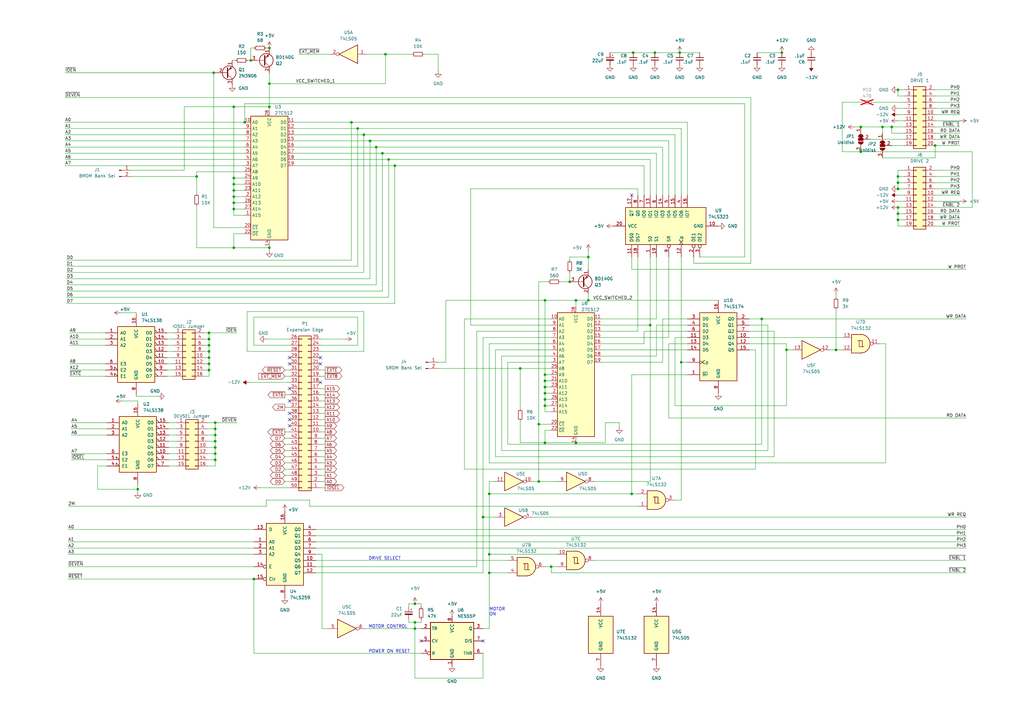
<source format=kicad_sch>
(kicad_sch
	(version 20250114)
	(generator "eeschema")
	(generator_version "9.0")
	(uuid "8d29f76a-632b-4d71-951f-82f85a7a70e9")
	(paper "A3")
	
	(text "DRIVE SELECT"
		(exclude_from_sim no)
		(at 151.13 229.87 0)
		(effects
			(font
				(size 1.27 1.27)
			)
			(justify left bottom)
		)
		(uuid "32096c80-1d98-4ed0-8b17-2c750151b76c")
	)
	(text "MOTOR CONTROL"
		(exclude_from_sim no)
		(at 151.13 257.81 0)
		(effects
			(font
				(size 1.27 1.27)
			)
			(justify left bottom)
		)
		(uuid "b6ef62f4-c465-4c3c-acae-af238f4f26b2")
	)
	(text "POWER ON RESET"
		(exclude_from_sim no)
		(at 151.13 267.97 0)
		(effects
			(font
				(size 1.27 1.27)
			)
			(justify left bottom)
		)
		(uuid "dc85ec82-107c-4516-8ee4-ef92570893f2")
	)
	(text "MOTOR\nON"
		(exclude_from_sim no)
		(at 200.66 252.73 0)
		(effects
			(font
				(size 1.27 1.27)
			)
			(justify left bottom)
		)
		(uuid "f1de4597-caac-4049-8722-f6b4249c5637")
	)
	(junction
		(at 110.49 101.6)
		(diameter 0)
		(color 0 0 0 0)
		(uuid "05c35608-664a-4ca0-a2cf-31b6dd200424")
	)
	(junction
		(at 223.52 156.21)
		(diameter 0)
		(color 0 0 0 0)
		(uuid "0879c555-36d5-4c97-9aed-43411da9ea34")
	)
	(junction
		(at 266.7 133.35)
		(diameter 0)
		(color 0 0 0 0)
		(uuid "0a7b412f-70cb-4bdd-ac90-37c18fe81247")
	)
	(junction
		(at 85.725 149.225)
		(diameter 0)
		(color 0 0 0 0)
		(uuid "15605a0c-cf96-43bb-bf76-4c3d136378e6")
	)
	(junction
		(at 85.725 146.685)
		(diameter 0)
		(color 0 0 0 0)
		(uuid "1d4718a5-778a-4c3f-af8e-520b4e244b5b")
	)
	(junction
		(at 88.265 188.595)
		(diameter 0)
		(color 0 0 0 0)
		(uuid "1e542cfd-ea36-43ee-93f7-7150fc86a6b4")
	)
	(junction
		(at 365.76 52.07)
		(diameter 0)
		(color 0 0 0 0)
		(uuid "1e8fbe2b-8679-4f6a-aaab-41b5049b065b")
	)
	(junction
		(at 383.54 59.69)
		(diameter 0)
		(color 0 0 0 0)
		(uuid "1ea8a149-4aba-4853-bb4c-0394837ed622")
	)
	(junction
		(at 223.52 163.83)
		(diameter 0)
		(color 0 0 0 0)
		(uuid "1f6afc94-5427-44ba-ab5f-f21ca14d71ab")
	)
	(junction
		(at 200.66 227.33)
		(diameter 0)
		(color 0 0 0 0)
		(uuid "21deab9e-fe49-40f1-b271-ad9e3c1158a7")
	)
	(junction
		(at 88.265 173.355)
		(diameter 0)
		(color 0 0 0 0)
		(uuid "24448ccd-4e6b-4297-b1cd-b6b3f34a53d5")
	)
	(junction
		(at 223.52 161.29)
		(diameter 0)
		(color 0 0 0 0)
		(uuid "245bc0dd-2dc9-4f33-9560-45e6c9b400d0")
	)
	(junction
		(at 95.885 78.105)
		(diameter 0)
		(color 0 0 0 0)
		(uuid "25f08a18-5173-49a1-aa77-e63c3fb09d67")
	)
	(junction
		(at 158.115 22.225)
		(diameter 0)
		(color 0 0 0 0)
		(uuid "27b08bf3-8111-4a1b-96e8-87c4fc51cf03")
	)
	(junction
		(at 100.33 50.165)
		(diameter 0)
		(color 0 0 0 0)
		(uuid "28fb8a3f-b729-4ea4-99d2-cd1ac9fbe931")
	)
	(junction
		(at 88.265 183.515)
		(diameter 0)
		(color 0 0 0 0)
		(uuid "2c34ae5a-d1be-4bcf-bebe-ffa670279c84")
	)
	(junction
		(at 241.3 105.41)
		(diameter 0)
		(color 0 0 0 0)
		(uuid "2fbcbfb6-89ff-44c4-b8ab-a14cc42ccb95")
	)
	(junction
		(at 146.685 52.705)
		(diameter 0)
		(color 0 0 0 0)
		(uuid "30f5f225-0a6f-48a9-bb29-175458688e88")
	)
	(junction
		(at 223.52 153.67)
		(diameter 0)
		(color 0 0 0 0)
		(uuid "3b5798c4-1c2c-4a98-b765-79969f2e65cd")
	)
	(junction
		(at 88.265 180.975)
		(diameter 0)
		(color 0 0 0 0)
		(uuid "3cd3a86d-dd12-4db6-88c3-bb7512f569e8")
	)
	(junction
		(at 95.885 85.725)
		(diameter 0)
		(color 0 0 0 0)
		(uuid "3d15289f-6bd0-498d-9a91-a024047ae632")
	)
	(junction
		(at 268.605 21.59)
		(diameter 0)
		(color 0 0 0 0)
		(uuid "3dc49e25-d3e2-497d-bca1-dce6211dd479")
	)
	(junction
		(at 368.3 77.47)
		(diameter 0)
		(color 0 0 0 0)
		(uuid "40c57ef4-872a-4933-bfac-3fad98a7faeb")
	)
	(junction
		(at 95.885 73.025)
		(diameter 0)
		(color 0 0 0 0)
		(uuid "44338e21-f061-4f16-bddc-4b95d1200ff8")
	)
	(junction
		(at 56.515 200.66)
		(diameter 0)
		(color 0 0 0 0)
		(uuid "4474fbc5-95c0-46eb-be76-03f928b7ae21")
	)
	(junction
		(at 320.675 21.59)
		(diameter 0)
		(color 0 0 0 0)
		(uuid "463c12d8-e767-4dd8-97c0-cdb283823d10")
	)
	(junction
		(at 259.08 202.565)
		(diameter 0)
		(color 0 0 0 0)
		(uuid "4d1bf63f-0fa7-41aa-b85c-9f91e7e3a330")
	)
	(junction
		(at 278.765 21.59)
		(diameter 0)
		(color 0 0 0 0)
		(uuid "5050a3d7-cc2e-41dc-a3ff-0ef2e03614ae")
	)
	(junction
		(at 88.265 175.895)
		(diameter 0)
		(color 0 0 0 0)
		(uuid "528db227-f1ec-48a4-84f3-957e6a0e2945")
	)
	(junction
		(at 85.725 141.605)
		(diameter 0)
		(color 0 0 0 0)
		(uuid "567b4917-422e-4da3-896c-e3f1f7b69bc9")
	)
	(junction
		(at 368.3 36.83)
		(diameter 0)
		(color 0 0 0 0)
		(uuid "5d0ce87b-48fa-46aa-8a28-60ec56664695")
	)
	(junction
		(at 88.265 186.055)
		(diameter 0)
		(color 0 0 0 0)
		(uuid "5f72fc10-b556-4014-a2dc-4c1edea61bbb")
	)
	(junction
		(at 220.98 173.99)
		(diameter 0)
		(color 0 0 0 0)
		(uuid "6268f925-3c3e-4c07-8457-e5d0c0f63fae")
	)
	(junction
		(at 154.305 60.325)
		(diameter 0)
		(color 0 0 0 0)
		(uuid "69a5cb29-894a-4088-9123-a45b36745aad")
	)
	(junction
		(at 88.265 178.435)
		(diameter 0)
		(color 0 0 0 0)
		(uuid "6beb30db-72de-42e8-a0d7-1b562182385d")
	)
	(junction
		(at 220.98 197.485)
		(diameter 0)
		(color 0 0 0 0)
		(uuid "6c2f69b3-9b7c-434c-bb20-a6baea35c014")
	)
	(junction
		(at 104.14 237.49)
		(diameter 0)
		(color 0 0 0 0)
		(uuid "73b75c6b-0481-4c40-949d-c5403ad081db")
	)
	(junction
		(at 368.3 74.93)
		(diameter 0)
		(color 0 0 0 0)
		(uuid "786a55f6-f68a-4747-9143-eb9c21ad29f8")
	)
	(junction
		(at 161.925 67.945)
		(diameter 0)
		(color 0 0 0 0)
		(uuid "797db6ae-81a2-4e43-b4a3-1a961e3d2ce2")
	)
	(junction
		(at 151.765 57.785)
		(diameter 0)
		(color 0 0 0 0)
		(uuid "7b51218c-7899-428e-9d5a-d5cbdf48df8f")
	)
	(junction
		(at 159.385 65.405)
		(diameter 0)
		(color 0 0 0 0)
		(uuid "7fbb1f98-7376-4587-9074-f062416820d2")
	)
	(junction
		(at 241.3 123.19)
		(diameter 0)
		(color 0 0 0 0)
		(uuid "813bc9ac-6aff-4f98-8f32-f441000ea493")
	)
	(junction
		(at 233.68 115.57)
		(diameter 0)
		(color 0 0 0 0)
		(uuid "817bd96e-b692-4715-983a-e1dd4ef73bb8")
	)
	(junction
		(at 95.885 83.185)
		(diameter 0)
		(color 0 0 0 0)
		(uuid "82e60a17-5192-47b0-809b-9d2b4e3e2a41")
	)
	(junction
		(at 85.725 136.525)
		(diameter 0)
		(color 0 0 0 0)
		(uuid "83915695-10b4-4375-96ca-404e57c38876")
	)
	(junction
		(at 144.145 50.165)
		(diameter 0)
		(color 0 0 0 0)
		(uuid "84cb6800-fdec-4336-9e0d-692f16a0e20e")
	)
	(junction
		(at 279.4 148.59)
		(diameter 0)
		(color 0 0 0 0)
		(uuid "87a0eb59-2dce-441c-9dd8-c0e92ab69b80")
	)
	(junction
		(at 198.12 212.09)
		(diameter 0)
		(color 0 0 0 0)
		(uuid "8e5d7652-5f57-4b05-a03e-7724a43fa613")
	)
	(junction
		(at 95.885 101.6)
		(diameter 0)
		(color 0 0 0 0)
		(uuid "8f5ebc58-e6f8-4787-8942-a1ec1418d1b7")
	)
	(junction
		(at 322.58 143.51)
		(diameter 0)
		(color 0 0 0 0)
		(uuid "9072744a-3983-4bde-8321-c7b4fbdcaee0")
	)
	(junction
		(at 170.18 257.81)
		(diameter 0)
		(color 0 0 0 0)
		(uuid "94683f4a-bad4-4ca4-aec8-1e76d7911546")
	)
	(junction
		(at 170.18 255.27)
		(diameter 0)
		(color 0 0 0 0)
		(uuid "9689360c-62f4-4ccd-928a-0354a8b12062")
	)
	(junction
		(at 170.18 247.65)
		(diameter 0)
		(color 0 0 0 0)
		(uuid "98f039f2-3a30-409f-8e2f-7f3bd469c43e")
	)
	(junction
		(at 368.3 72.39)
		(diameter 0)
		(color 0 0 0 0)
		(uuid "9a860088-5b1b-4997-b300-ff2cfa89e410")
	)
	(junction
		(at 80.645 72.39)
		(diameter 0)
		(color 0 0 0 0)
		(uuid "9c85b338-410e-4f21-85a1-16cc577a80f6")
	)
	(junction
		(at 223.52 181.61)
		(diameter 0)
		(color 0 0 0 0)
		(uuid "9fe2b187-bc45-4cca-a998-2f56a15f492e")
	)
	(junction
		(at 213.36 151.13)
		(diameter 0)
		(color 0 0 0 0)
		(uuid "a3fd1932-06aa-4647-b2d8-ad94fa969d00")
	)
	(junction
		(at 156.845 62.865)
		(diameter 0)
		(color 0 0 0 0)
		(uuid "a40c354b-9e3f-4183-952c-982ff222b866")
	)
	(junction
		(at 223.52 158.75)
		(diameter 0)
		(color 0 0 0 0)
		(uuid "a55a0779-c230-4e34-bb7b-f0f7788b5802")
	)
	(junction
		(at 110.49 19.685)
		(diameter 0)
		(color 0 0 0 0)
		(uuid "a6ba40bd-718f-4798-b37b-734100ad6413")
	)
	(junction
		(at 85.725 139.065)
		(diameter 0)
		(color 0 0 0 0)
		(uuid "a83d4110-ac2d-4f84-be37-09b66f571eb9")
	)
	(junction
		(at 368.3 87.63)
		(diameter 0)
		(color 0 0 0 0)
		(uuid "a8b53387-bb5e-4160-878a-021b66310ef4")
	)
	(junction
		(at 95.885 80.645)
		(diameter 0)
		(color 0 0 0 0)
		(uuid "a8beffd9-87f8-453c-afce-3b5f62487bd7")
	)
	(junction
		(at 110.49 34.29)
		(diameter 0)
		(color 0 0 0 0)
		(uuid "aa1ed054-f711-417c-8905-992984459449")
	)
	(junction
		(at 87.63 29.845)
		(diameter 0)
		(color 0 0 0 0)
		(uuid "aa8fb7e6-99cf-47d0-8987-dd0143778620")
	)
	(junction
		(at 85.725 151.765)
		(diameter 0)
		(color 0 0 0 0)
		(uuid "b1fa9f39-1a4a-4822-9751-a1f130395fdb")
	)
	(junction
		(at 85.725 144.145)
		(diameter 0)
		(color 0 0 0 0)
		(uuid "b39130d2-2e46-4427-8a0f-d53c56f819d3")
	)
	(junction
		(at 200.66 202.565)
		(diameter 0)
		(color 0 0 0 0)
		(uuid "b3d6d337-68bb-4836-b7fe-89e885bcad7c")
	)
	(junction
		(at 368.3 85.09)
		(diameter 0)
		(color 0 0 0 0)
		(uuid "b6c465a5-bb87-454a-97c7-05467e0dccf6")
	)
	(junction
		(at 102.87 24.765)
		(diameter 0)
		(color 0 0 0 0)
		(uuid "bda0ddc4-ff04-4a03-bd76-4bb2033488ce")
	)
	(junction
		(at 200.66 234.95)
		(diameter 0)
		(color 0 0 0 0)
		(uuid "bf10109e-476a-4edb-af39-68c09c46d515")
	)
	(junction
		(at 149.225 55.245)
		(diameter 0)
		(color 0 0 0 0)
		(uuid "bf139f30-b47c-44ad-b650-ef3c6c14a974")
	)
	(junction
		(at 223.52 166.37)
		(diameter 0)
		(color 0 0 0 0)
		(uuid "cf82bfd1-c322-4834-8111-b1cc12dbb0c1")
	)
	(junction
		(at 353.06 52.07)
		(diameter 0)
		(color 0 0 0 0)
		(uuid "e148e5c5-24ad-4f9f-95ae-ac7f40a64813")
	)
	(junction
		(at 236.22 181.61)
		(diameter 0)
		(color 0 0 0 0)
		(uuid "e1ed6a2a-b089-4042-ae3a-4aafc9c776cd")
	)
	(junction
		(at 342.9 143.51)
		(diameter 0)
		(color 0 0 0 0)
		(uuid "e2416487-9682-4e25-b69e-39b86bcb6212")
	)
	(junction
		(at 223.52 123.19)
		(diameter 0)
		(color 0 0 0 0)
		(uuid "e44c4ffb-887d-4faa-822f-fe542d4a4c90")
	)
	(junction
		(at 236.22 123.19)
		(diameter 0)
		(color 0 0 0 0)
		(uuid "e7b57ddc-28e9-4fe3-beee-f7ac91049199")
	)
	(junction
		(at 368.3 90.17)
		(diameter 0)
		(color 0 0 0 0)
		(uuid "e842378a-2f4b-489f-9cb1-df531ab6638b")
	)
	(junction
		(at 312.42 130.81)
		(diameter 0)
		(color 0 0 0 0)
		(uuid "ec467555-1589-4c66-b85c-290dc8c684e7")
	)
	(junction
		(at 95.885 43.815)
		(diameter 0)
		(color 0 0 0 0)
		(uuid "ec4ee92f-b995-4c82-a511-8424fb0c79b2")
	)
	(junction
		(at 226.06 232.41)
		(diameter 0)
		(color 0 0 0 0)
		(uuid "f7d6edbc-0cf0-400c-bdd8-390463e62a6f")
	)
	(junction
		(at 361.95 52.07)
		(diameter 0)
		(color 0 0 0 0)
		(uuid "f866dbb5-de03-4d6d-a840-f4944249ed73")
	)
	(junction
		(at 95.885 75.565)
		(diameter 0)
		(color 0 0 0 0)
		(uuid "fc92d096-10d0-42f8-9ddf-df80125b38cd")
	)
	(junction
		(at 259.715 21.59)
		(diameter 0)
		(color 0 0 0 0)
		(uuid "fe287263-7782-408f-9055-5294e8efa29c")
	)
	(junction
		(at 353.06 62.23)
		(diameter 0)
		(color 0 0 0 0)
		(uuid "fe2cb73c-c9d3-40ab-a3af-645fc2e660d9")
	)
	(junction
		(at 110.49 43.815)
		(diameter 0)
		(color 0 0 0 0)
		(uuid "fe4b238e-e2ac-4962-9665-41ac3473b4bd")
	)
	(no_connect
		(at 131.445 146.685)
		(uuid "09cb5ca2-f037-4767-bd4d-094c054413ca")
	)
	(no_connect
		(at 118.745 149.225)
		(uuid "0c808b20-1ba0-487f-bde6-631fcdf86992")
	)
	(no_connect
		(at 172.72 262.89)
		(uuid "24ce83df-adc7-49b1-8de5-59140a6a241c")
	)
	(no_connect
		(at 259.08 80.01)
		(uuid "3801ac87-4c62-4d90-bb89-bd02a827a7a2")
	)
	(no_connect
		(at 118.745 172.085)
		(uuid "3df9b39c-f7bd-4e28-98f6-f2a8b555dccf")
	)
	(no_connect
		(at 118.745 169.545)
		(uuid "5ea4b0f4-536a-4279-ac4c-04203f194641")
	)
	(no_connect
		(at 131.445 149.225)
		(uuid "74c89753-aa43-46ac-82d6-f1c8035f7dc9")
	)
	(no_connect
		(at 198.12 262.89)
		(uuid "76bde493-9706-455b-a7ea-a279cace855f")
	)
	(no_connect
		(at 118.745 164.465)
		(uuid "7f40a9b2-6015-430a-bf2e-e9397fb5675f")
	)
	(no_connect
		(at 118.745 146.685)
		(uuid "845f3c28-3ea3-4169-9f2b-9dd6d4e7a7f3")
	)
	(no_connect
		(at 131.445 156.845)
		(uuid "a65c5215-f32e-4281-a70d-d2e04994f325")
	)
	(no_connect
		(at 118.745 174.625)
		(uuid "cc97dbf1-a437-4548-ac8f-50dfd2b59e4a")
	)
	(no_connect
		(at 118.745 159.385)
		(uuid "dfa21c67-ce2b-471f-aa3e-6773bee1e862")
	)
	(wire
		(pts
			(xy 322.58 140.97) (xy 322.58 143.51)
		)
		(stroke
			(width 0)
			(type default)
		)
		(uuid "002fd2d7-be66-4a87-8e49-65dcdd3be486")
	)
	(wire
		(pts
			(xy 248.285 181.61) (xy 248.285 173.355)
		)
		(stroke
			(width 0)
			(type default)
		)
		(uuid "003a73d5-bba8-4f69-b405-e7bae5f6934b")
	)
	(wire
		(pts
			(xy 383.54 64.77) (xy 383.54 59.69)
		)
		(stroke
			(width 0)
			(type default)
		)
		(uuid "005520ab-aa54-434d-95d0-10b1cd21ee1c")
	)
	(wire
		(pts
			(xy 85.725 136.525) (xy 85.725 139.065)
		)
		(stroke
			(width 0)
			(type default)
		)
		(uuid "00a94d22-003f-40ec-845f-c4453633bc53")
	)
	(wire
		(pts
			(xy 56.515 198.755) (xy 56.515 200.66)
		)
		(stroke
			(width 0)
			(type default)
		)
		(uuid "010d2632-ed4a-42a1-88c1-728d0e602dd6")
	)
	(wire
		(pts
			(xy 110.49 102.87) (xy 110.49 101.6)
		)
		(stroke
			(width 0)
			(type default)
		)
		(uuid "0185753a-a588-46cb-9bd2-7d92b7488512")
	)
	(wire
		(pts
			(xy 223.52 161.29) (xy 223.52 163.83)
		)
		(stroke
			(width 0)
			(type default)
		)
		(uuid "01ba4be6-9e75-4304-ab82-859249ee68f2")
	)
	(wire
		(pts
			(xy 193.04 77.47) (xy 193.04 133.35)
		)
		(stroke
			(width 0)
			(type default)
		)
		(uuid "01cfb3cc-45cf-4443-824a-1ca7d2dfc72d")
	)
	(wire
		(pts
			(xy 179.705 151.13) (xy 213.36 151.13)
		)
		(stroke
			(width 0)
			(type default)
		)
		(uuid "01d83745-668f-4543-9cc1-4a77d118a2b3")
	)
	(wire
		(pts
			(xy 170.18 257.81) (xy 172.72 257.81)
		)
		(stroke
			(width 0)
			(type default)
		)
		(uuid "02da0d16-3d12-46a4-9bc8-dac4689f99fc")
	)
	(wire
		(pts
			(xy 28.575 139.065) (xy 43.18 139.065)
		)
		(stroke
			(width 0)
			(type default)
		)
		(uuid "0372d352-2b15-4522-a99d-9b308d4b21f3")
	)
	(wire
		(pts
			(xy 236.22 123.19) (xy 236.22 125.73)
		)
		(stroke
			(width 0)
			(type default)
		)
		(uuid "03d3d3d3-e776-4c5d-a5f8-483f41545fa0")
	)
	(wire
		(pts
			(xy 276.86 55.245) (xy 276.86 80.01)
		)
		(stroke
			(width 0)
			(type default)
		)
		(uuid "040f556c-b731-474e-ba57-fe04d7580ff1")
	)
	(wire
		(pts
			(xy 203.2 187.325) (xy 317.5 187.325)
		)
		(stroke
			(width 0)
			(type default)
		)
		(uuid "0553e7ea-1d50-48ac-ac36-3cd63cd9aeea")
	)
	(wire
		(pts
			(xy 368.3 74.93) (xy 368.3 77.47)
		)
		(stroke
			(width 0)
			(type default)
		)
		(uuid "05fc52a7-2bcc-4649-8376-4c214b84bb97")
	)
	(wire
		(pts
			(xy 83.82 141.605) (xy 85.725 141.605)
		)
		(stroke
			(width 0)
			(type default)
		)
		(uuid "069b6b70-2781-406e-a655-e9752625b982")
	)
	(wire
		(pts
			(xy 104.14 130.048) (xy 104.14 141.605)
		)
		(stroke
			(width 0)
			(type default)
		)
		(uuid "07f2b615-5605-464c-80d8-11014832cdd0")
	)
	(wire
		(pts
			(xy 158.115 34.29) (xy 158.115 22.225)
		)
		(stroke
			(width 0)
			(type default)
		)
		(uuid "07f86f79-4086-4875-8ceb-b9ee61abd8d7")
	)
	(wire
		(pts
			(xy 129.54 229.87) (xy 208.28 229.87)
		)
		(stroke
			(width 0)
			(type default)
		)
		(uuid "07f89384-a348-4bbf-a28a-b33c80b0b3ed")
	)
	(wire
		(pts
			(xy 236.22 181.61) (xy 223.52 181.61)
		)
		(stroke
			(width 0)
			(type default)
		)
		(uuid "0823ec80-9f4f-4636-8f6b-e201415c7393")
	)
	(wire
		(pts
			(xy 383.54 90.17) (xy 393.7 90.17)
		)
		(stroke
			(width 0)
			(type default)
		)
		(uuid "08362519-b1e4-4590-b4b6-c24b3a2cf7bb")
	)
	(wire
		(pts
			(xy 229.87 115.57) (xy 233.68 115.57)
		)
		(stroke
			(width 0)
			(type default)
		)
		(uuid "087f17fb-ff18-4761-b50b-f3e75102182a")
	)
	(wire
		(pts
			(xy 190.5 192.405) (xy 309.88 192.405)
		)
		(stroke
			(width 0)
			(type default)
		)
		(uuid "0a546a50-d10e-4e34-9f3b-20da1ac81caa")
	)
	(wire
		(pts
			(xy 226.06 234.95) (xy 396.24 234.95)
		)
		(stroke
			(width 0)
			(type default)
		)
		(uuid "0ae6ec9f-c2d0-41a1-90f4-0b58ed9f7c02")
	)
	(wire
		(pts
			(xy 120.65 60.325) (xy 154.305 60.325)
		)
		(stroke
			(width 0)
			(type default)
		)
		(uuid "0b9926af-65cd-4ea2-9312-fe7c9913ce8e")
	)
	(wire
		(pts
			(xy 83.82 144.145) (xy 85.725 144.145)
		)
		(stroke
			(width 0)
			(type default)
		)
		(uuid "0be18984-773f-49ef-a1ef-0ae3e40ae114")
	)
	(wire
		(pts
			(xy 172.72 247.65) (xy 172.72 248.92)
		)
		(stroke
			(width 0)
			(type default)
		)
		(uuid "0c5d24ae-baf9-4661-9db5-5926b2ac1d6b")
	)
	(wire
		(pts
			(xy 246.38 133.35) (xy 266.7 133.35)
		)
		(stroke
			(width 0)
			(type default)
		)
		(uuid "0c7cadb5-6da1-4221-83d0-f0170aff118f")
	)
	(wire
		(pts
			(xy 131.445 189.865) (xy 133.35 189.865)
		)
		(stroke
			(width 0)
			(type default)
		)
		(uuid "0cd9d382-dd16-4687-ae20-27db55c4969f")
	)
	(wire
		(pts
			(xy 278.765 21.59) (xy 268.605 21.59)
		)
		(stroke
			(width 0)
			(type default)
		)
		(uuid "0eb99482-694f-4ff1-89fa-58ae1322d661")
	)
	(wire
		(pts
			(xy 95.885 83.185) (xy 95.885 85.725)
		)
		(stroke
			(width 0)
			(type default)
		)
		(uuid "0ee42175-0922-4fb8-8624-c0ef2f28e750")
	)
	(wire
		(pts
			(xy 29.21 178.435) (xy 43.815 178.435)
		)
		(stroke
			(width 0)
			(type default)
		)
		(uuid "0eeabcd7-348c-496c-bf89-9efee8011e76")
	)
	(wire
		(pts
			(xy 75.565 43.815) (xy 75.565 69.85)
		)
		(stroke
			(width 0)
			(type default)
		)
		(uuid "0f6a6bb9-658a-4cc8-aaab-2f8456bff783")
	)
	(wire
		(pts
			(xy 220.98 115.57) (xy 220.98 173.99)
		)
		(stroke
			(width 0)
			(type default)
		)
		(uuid "0fe8bb65-946b-4e9d-a4b7-45277f4d9e4f")
	)
	(wire
		(pts
			(xy 131.445 161.925) (xy 133.35 161.925)
		)
		(stroke
			(width 0)
			(type default)
		)
		(uuid "11530c3b-e92a-4222-8587-26beff227523")
	)
	(wire
		(pts
			(xy 223.52 156.21) (xy 226.06 156.21)
		)
		(stroke
			(width 0)
			(type default)
		)
		(uuid "11aec3cf-6786-4b61-9abd-5102df521d8b")
	)
	(wire
		(pts
			(xy 85.725 149.225) (xy 85.725 151.765)
		)
		(stroke
			(width 0)
			(type default)
		)
		(uuid "11dd4137-c665-4866-85ed-f9fe8e15cd9c")
	)
	(wire
		(pts
			(xy 146.685 130.048) (xy 104.14 130.048)
		)
		(stroke
			(width 0)
			(type default)
		)
		(uuid "12ae0546-56ce-4946-ae78-a3f728f0fec8")
	)
	(wire
		(pts
			(xy 223.52 166.37) (xy 226.06 166.37)
		)
		(stroke
			(width 0)
			(type default)
		)
		(uuid "146549e8-1fcd-4d37-bd27-c60fa48989bf")
	)
	(wire
		(pts
			(xy 129.54 219.71) (xy 396.24 219.71)
		)
		(stroke
			(width 0)
			(type default)
		)
		(uuid "1509c567-c73b-47f2-8d0f-5f03d2c921cd")
	)
	(wire
		(pts
			(xy 101.346 144.145) (xy 118.745 144.145)
		)
		(stroke
			(width 0)
			(type default)
		)
		(uuid "151c7a5c-1632-4466-9a42-660310eb7d64")
	)
	(wire
		(pts
			(xy 116.84 167.005) (xy 118.745 167.005)
		)
		(stroke
			(width 0)
			(type default)
		)
		(uuid "15b9b2c6-c334-4e36-8e4f-94f73fcd7630")
	)
	(wire
		(pts
			(xy 131.445 154.305) (xy 133.35 154.305)
		)
		(stroke
			(width 0)
			(type default)
		)
		(uuid "16401bde-830b-4199-83e6-9779a594a4d2")
	)
	(wire
		(pts
			(xy 116.84 192.405) (xy 118.745 192.405)
		)
		(stroke
			(width 0)
			(type default)
		)
		(uuid "17982d4b-6e11-43bc-b285-ce88a4c766c4")
	)
	(wire
		(pts
			(xy 149.225 55.245) (xy 149.225 111.76)
		)
		(stroke
			(width 0)
			(type default)
		)
		(uuid "188d085c-7dae-4530-bce0-1bd1ae787617")
	)
	(wire
		(pts
			(xy 27.305 109.22) (xy 146.685 109.22)
		)
		(stroke
			(width 0)
			(type default)
		)
		(uuid "18bb29e6-bd56-4695-9c90-9d4b55326793")
	)
	(wire
		(pts
			(xy 95.885 80.645) (xy 100.33 80.645)
		)
		(stroke
			(width 0)
			(type default)
		)
		(uuid "18cd97b8-567e-461a-a569-6d9b12001701")
	)
	(wire
		(pts
			(xy 161.925 67.945) (xy 161.925 124.46)
		)
		(stroke
			(width 0)
			(type default)
		)
		(uuid "19500551-9ab5-4760-9805-a118fda9c985")
	)
	(wire
		(pts
			(xy 305.435 105.41) (xy 287.02 105.41)
		)
		(stroke
			(width 0)
			(type default)
		)
		(uuid "1b90a748-4469-4403-b368-76126115304b")
	)
	(wire
		(pts
			(xy 131.445 187.325) (xy 133.35 187.325)
		)
		(stroke
			(width 0)
			(type default)
		)
		(uuid "1bdb2ec4-0b54-486d-ab8a-3a3cf73fc46f")
	)
	(wire
		(pts
			(xy 383.54 87.63) (xy 393.7 87.63)
		)
		(stroke
			(width 0)
			(type default)
		)
		(uuid "1be80b5c-5e71-4a4a-961c-b34579570a79")
	)
	(wire
		(pts
			(xy 144.145 50.165) (xy 281.94 50.165)
		)
		(stroke
			(width 0)
			(type default)
		)
		(uuid "1c9db634-753f-4221-a5bc-7ad4208eb554")
	)
	(wire
		(pts
			(xy 129.54 224.79) (xy 396.24 224.79)
		)
		(stroke
			(width 0)
			(type default)
		)
		(uuid "1cab1c13-e5e2-44d6-8611-199df41cc51a")
	)
	(wire
		(pts
			(xy 223.52 161.29) (xy 226.06 161.29)
		)
		(stroke
			(width 0)
			(type default)
		)
		(uuid "1cb61f41-3d1c-4dff-9479-62fab2287e26")
	)
	(wire
		(pts
			(xy 383.54 77.47) (xy 393.7 77.47)
		)
		(stroke
			(width 0)
			(type default)
		)
		(uuid "1d496e3c-d9a8-486f-a410-c99bf08bd807")
	)
	(wire
		(pts
			(xy 361.95 52.07) (xy 365.76 52.07)
		)
		(stroke
			(width 0)
			(type default)
		)
		(uuid "1dda161e-260d-4726-85f3-e91e571d654a")
	)
	(wire
		(pts
			(xy 198.12 138.43) (xy 198.12 212.09)
		)
		(stroke
			(width 0)
			(type default)
		)
		(uuid "1e9b3331-6e4c-425f-bd5b-40abfe37006d")
	)
	(wire
		(pts
			(xy 159.385 65.405) (xy 159.385 121.92)
		)
		(stroke
			(width 0)
			(type default)
		)
		(uuid "1eb92119-727b-45ae-afe1-c32360d66c60")
	)
	(wire
		(pts
			(xy 213.36 172.72) (xy 213.36 181.61)
		)
		(stroke
			(width 0)
			(type default)
		)
		(uuid "1f047f7a-4f58-483c-a838-16e33a170444")
	)
	(wire
		(pts
			(xy 236.22 123.19) (xy 241.3 123.19)
		)
		(stroke
			(width 0)
			(type default)
		)
		(uuid "1f822886-b150-4786-b463-4be39e03903a")
	)
	(wire
		(pts
			(xy 383.54 85.09) (xy 398.78 85.09)
		)
		(stroke
			(width 0)
			(type default)
		)
		(uuid "1fe2f8af-ca13-49d2-b540-1d676020e7bd")
	)
	(wire
		(pts
			(xy 149.225 144.145) (xy 149.225 127.762)
		)
		(stroke
			(width 0)
			(type default)
		)
		(uuid "203d27a7-ebba-4d12-badd-bc5fc73a868a")
	)
	(wire
		(pts
			(xy 95.885 101.6) (xy 80.645 101.6)
		)
		(stroke
			(width 0)
			(type default)
		)
		(uuid "204e05df-26b4-4276-bf7a-8eea107c2c98")
	)
	(wire
		(pts
			(xy 146.685 52.705) (xy 279.4 52.705)
		)
		(stroke
			(width 0)
			(type default)
		)
		(uuid "206dcf71-bf16-4891-9f5e-88ec4e245610")
	)
	(wire
		(pts
			(xy 320.675 21.59) (xy 310.515 21.59)
		)
		(stroke
			(width 0)
			(type default)
		)
		(uuid "20b6a1e8-b9fb-42eb-aebb-c1936f2291ce")
	)
	(wire
		(pts
			(xy 68.58 146.685) (xy 71.12 146.685)
		)
		(stroke
			(width 0)
			(type default)
		)
		(uuid "226991fb-ca2b-48ff-8520-0a29fe7d9306")
	)
	(wire
		(pts
			(xy 350.52 52.07) (xy 353.06 52.07)
		)
		(stroke
			(width 0)
			(type default)
		)
		(uuid "22875feb-91b0-472b-8b00-e74ac9893d1e")
	)
	(wire
		(pts
			(xy 269.24 62.865) (xy 269.24 80.01)
		)
		(stroke
			(width 0)
			(type default)
		)
		(uuid "2375a23b-508c-4bd3-8e4f-5aebe6b07800")
	)
	(wire
		(pts
			(xy 80.645 72.39) (xy 80.645 70.485)
		)
		(stroke
			(width 0)
			(type default)
		)
		(uuid "23955a25-f4da-497a-b473-c0e5f5f270aa")
	)
	(wire
		(pts
			(xy 182.88 123.19) (xy 182.88 148.59)
		)
		(stroke
			(width 0)
			(type default)
		)
		(uuid "2398833d-04b7-452d-ba6b-d7e4fe02f403")
	)
	(wire
		(pts
			(xy 274.32 105.41) (xy 274.32 138.43)
		)
		(stroke
			(width 0)
			(type default)
		)
		(uuid "23cc4ae3-9b03-40bb-82e0-23fc4d40ea5f")
	)
	(wire
		(pts
			(xy 29.21 173.355) (xy 43.815 173.355)
		)
		(stroke
			(width 0)
			(type default)
		)
		(uuid "23d03d7f-3fa3-4262-94ef-c7d67723f473")
	)
	(wire
		(pts
			(xy 363.22 189.865) (xy 363.22 140.97)
		)
		(stroke
			(width 0)
			(type default)
		)
		(uuid "24bfe3c6-60e2-4a78-bb62-924392218143")
	)
	(wire
		(pts
			(xy 131.445 179.705) (xy 133.35 179.705)
		)
		(stroke
			(width 0)
			(type default)
		)
		(uuid "25d35aca-2b44-482d-a9c6-cd18913cbaf2")
	)
	(wire
		(pts
			(xy 317.5 187.325) (xy 317.5 135.89)
		)
		(stroke
			(width 0)
			(type default)
		)
		(uuid "26bfe3d7-2568-4e2f-8999-9e95f79e347d")
	)
	(wire
		(pts
			(xy 85.09 173.355) (xy 88.265 173.355)
		)
		(stroke
			(width 0)
			(type default)
		)
		(uuid "27b53377-6b90-493b-b895-b0fcefdc409c")
	)
	(wire
		(pts
			(xy 55.88 162.56) (xy 55.88 161.925)
		)
		(stroke
			(width 0)
			(type default)
		)
		(uuid "285627d0-acc1-4cd2-89a3-1af34c724ae4")
	)
	(wire
		(pts
			(xy 259.715 21.59) (xy 268.605 21.59)
		)
		(stroke
			(width 0)
			(type default)
		)
		(uuid "28ee4499-e07b-43fb-bdd3-59c6b0292bd3")
	)
	(wire
		(pts
			(xy 27.94 207.645) (xy 109.22 207.645)
		)
		(stroke
			(width 0)
			(type default)
		)
		(uuid "29c06ac6-9c42-4ff5-bb25-48d0c8388580")
	)
	(wire
		(pts
			(xy 170.18 278.13) (xy 170.18 257.81)
		)
		(stroke
			(width 0)
			(type default)
		)
		(uuid "2a298268-8c25-4a45-ac9c-e4dea7c4f57f")
	)
	(wire
		(pts
			(xy 100.33 42.545) (xy 100.33 50.165)
		)
		(stroke
			(width 0)
			(type default)
		)
		(uuid "2a2a7cf9-e7e9-47ed-92d0-ed0421f9cb4d")
	)
	(wire
		(pts
			(xy 131.445 174.625) (xy 133.35 174.625)
		)
		(stroke
			(width 0)
			(type default)
		)
		(uuid "2ab04268-d2c1-443d-9da8-f95d2b922db2")
	)
	(wire
		(pts
			(xy 53.975 72.39) (xy 80.645 72.39)
		)
		(stroke
			(width 0)
			(type default)
		)
		(uuid "2b5a2f12-d2ee-4114-84b5-06e37c3a525f")
	)
	(wire
		(pts
			(xy 342.9 127) (xy 342.9 143.51)
		)
		(stroke
			(width 0)
			(type default)
		)
		(uuid "2ba5ec4f-a8db-4682-b3f7-54096fceba9a")
	)
	(wire
		(pts
			(xy 243.84 197.485) (xy 266.7 197.485)
		)
		(stroke
			(width 0)
			(type default)
		)
		(uuid "2c16da2e-69d4-4190-802f-fbd3cd59c96a")
	)
	(wire
		(pts
			(xy 129.54 234.95) (xy 198.12 234.95)
		)
		(stroke
			(width 0)
			(type default)
		)
		(uuid "2c8f55da-067b-4d3b-820e-5c0a11e5c7ab")
	)
	(wire
		(pts
			(xy 266.7 65.405) (xy 266.7 80.01)
		)
		(stroke
			(width 0)
			(type default)
		)
		(uuid "2c9b0c63-46b3-42f9-8c9e-6a34c099e00c")
	)
	(wire
		(pts
			(xy 190.5 130.81) (xy 226.06 130.81)
		)
		(stroke
			(width 0)
			(type default)
		)
		(uuid "2c9b1e05-123b-4754-adb2-bc98e3bb0e97")
	)
	(wire
		(pts
			(xy 27.305 106.68) (xy 144.145 106.68)
		)
		(stroke
			(width 0)
			(type default)
		)
		(uuid "2cbe804e-fa9f-40b7-8273-4e50a6d4c6f4")
	)
	(wire
		(pts
			(xy 27.305 111.76) (xy 149.225 111.76)
		)
		(stroke
			(width 0)
			(type default)
		)
		(uuid "2cc0634a-2688-4834-ae28-e2595dafd825")
	)
	(wire
		(pts
			(xy 200.66 227.33) (xy 200.66 234.95)
		)
		(stroke
			(width 0)
			(type default)
		)
		(uuid "2cc630b5-2500-4fa2-886f-ccf6a7ba2fa0")
	)
	(wire
		(pts
			(xy 102.87 19.685) (xy 104.14 19.685)
		)
		(stroke
			(width 0)
			(type default)
		)
		(uuid "2d232f74-4aba-4ea5-94ec-b0a706ad1466")
	)
	(wire
		(pts
			(xy 95.885 83.185) (xy 100.33 83.185)
		)
		(stroke
			(width 0)
			(type default)
		)
		(uuid "2d35af53-f4dc-4d5f-894d-cb4d07b6d7c6")
	)
	(wire
		(pts
			(xy 83.82 154.305) (xy 85.725 154.305)
		)
		(stroke
			(width 0)
			(type default)
		)
		(uuid "2e1afdfd-04a4-4a81-86fa-5d91ad3a5d78")
	)
	(wire
		(pts
			(xy 116.84 182.245) (xy 118.745 182.245)
		)
		(stroke
			(width 0)
			(type default)
		)
		(uuid "2f250031-cd09-4dcd-a85f-5ef9ad5a6c05")
	)
	(wire
		(pts
			(xy 383.54 41.91) (xy 393.7 41.91)
		)
		(stroke
			(width 0)
			(type default)
		)
		(uuid "2f6019e0-a517-4718-a181-073367eb84ab")
	)
	(wire
		(pts
			(xy 200.66 140.97) (xy 200.66 189.865)
		)
		(stroke
			(width 0)
			(type default)
		)
		(uuid "2fb296b0-6096-4c7a-85c9-e6a15a41ef1a")
	)
	(wire
		(pts
			(xy 95.885 75.565) (xy 95.885 78.105)
		)
		(stroke
			(width 0)
			(type default)
		)
		(uuid "30403b14-9def-435c-bd6f-a85844ce71df")
	)
	(wire
		(pts
			(xy 27.305 124.46) (xy 161.925 124.46)
		)
		(stroke
			(width 0)
			(type default)
		)
		(uuid "30d6aadb-d508-4cae-a200-774e606bbfa1")
	)
	(wire
		(pts
			(xy 261.62 105.41) (xy 261.62 135.89)
		)
		(stroke
			(width 0)
			(type default)
		)
		(uuid "31d27f1b-b8bd-4e3f-b671-71b0b22ff6ff")
	)
	(wire
		(pts
			(xy 28.575 136.525) (xy 43.18 136.525)
		)
		(stroke
			(width 0)
			(type default)
		)
		(uuid "32ebe881-783b-4267-a979-85a0df767077")
	)
	(wire
		(pts
			(xy 200.66 189.865) (xy 363.22 189.865)
		)
		(stroke
			(width 0)
			(type default)
		)
		(uuid "34df1aa3-641f-4d1c-aae0-195b7c53ff43")
	)
	(wire
		(pts
			(xy 307.34 135.89) (xy 317.5 135.89)
		)
		(stroke
			(width 0)
			(type default)
		)
		(uuid "353ea4d8-3abc-48c0-990c-e9d2b9121467")
	)
	(wire
		(pts
			(xy 281.94 50.165) (xy 281.94 80.01)
		)
		(stroke
			(width 0)
			(type default)
		)
		(uuid "355d96a7-b863-431a-a668-481b97175e85")
	)
	(wire
		(pts
			(xy 131.445 192.405) (xy 133.35 192.405)
		)
		(stroke
			(width 0)
			(type default)
		)
		(uuid "35ee101e-87d7-4b57-ab93-1eb6551f657b")
	)
	(wire
		(pts
			(xy 80.645 84.455) (xy 80.645 101.6)
		)
		(stroke
			(width 0)
			(type default)
		)
		(uuid "3602f1c3-a297-477e-8d41-723debe510c7")
	)
	(wire
		(pts
			(xy 131.445 200.025) (xy 133.35 200.025)
		)
		(stroke
			(width 0)
			(type default)
		)
		(uuid "36320a72-48da-4e36-8f3e-297e7299917f")
	)
	(wire
		(pts
			(xy 27.94 217.17) (xy 104.14 217.17)
		)
		(stroke
			(width 0)
			(type default)
		)
		(uuid "369901b2-1923-434e-a616-68211a0c0ce3")
	)
	(wire
		(pts
			(xy 342.9 120.65) (xy 342.9 121.92)
		)
		(stroke
			(width 0)
			(type default)
		)
		(uuid "39504826-2165-4a11-aa9c-8dbb2537af7f")
	)
	(wire
		(pts
			(xy 49.53 128.27) (xy 55.88 128.27)
		)
		(stroke
			(width 0)
			(type default)
		)
		(uuid "3ab9f7fa-bb85-4bd9-a0b9-1a628caa4860")
	)
	(wire
		(pts
			(xy 167.64 247.65) (xy 170.18 247.65)
		)
		(stroke
			(width 0)
			(type default)
		)
		(uuid "3d57f0a0-b1c2-4787-ae65-480f4bd3f77f")
	)
	(wire
		(pts
			(xy 368.3 69.85) (xy 368.3 72.39)
		)
		(stroke
			(width 0)
			(type default)
		)
		(uuid "3d95c92d-78c7-41b6-8e43-8b3d8ab38152")
	)
	(wire
		(pts
			(xy 233.68 105.41) (xy 233.68 106.68)
		)
		(stroke
			(width 0)
			(type default)
		)
		(uuid "3e58532a-5de3-4226-849a-886c6d81e971")
	)
	(wire
		(pts
			(xy 383.54 52.07) (xy 393.7 52.07)
		)
		(stroke
			(width 0)
			(type default)
		)
		(uuid "3ec79136-0629-45f8-b356-c72f40a2e69d")
	)
	(wire
		(pts
			(xy 218.44 197.485) (xy 220.98 197.485)
		)
		(stroke
			(width 0)
			(type default)
		)
		(uuid "3ef97970-f9aa-4dc6-890a-33e0c998d573")
	)
	(wire
		(pts
			(xy 243.84 229.87) (xy 396.24 229.87)
		)
		(stroke
			(width 0)
			(type default)
		)
		(uuid "3f141edf-b1b7-4c25-823b-bfa03f422569")
	)
	(wire
		(pts
			(xy 259.08 202.565) (xy 261.62 202.565)
		)
		(stroke
			(width 0)
			(type default)
		)
		(uuid "3fa16c28-6be2-4e36-9bc7-2cd17d08b4ad")
	)
	(wire
		(pts
			(xy 95.885 85.725) (xy 95.885 88.265)
		)
		(stroke
			(width 0)
			(type default)
		)
		(uuid "3facc87a-ce1e-47ac-b4be-1cdec47aa07f")
	)
	(wire
		(pts
			(xy 383.54 44.45) (xy 393.7 44.45)
		)
		(stroke
			(width 0)
			(type default)
		)
		(uuid "3feed079-8bc6-4d67-ab7d-8e4a65739e53")
	)
	(wire
		(pts
			(xy 43.815 191.135) (xy 40.005 191.135)
		)
		(stroke
			(width 0)
			(type default)
		)
		(uuid "3fff86d1-0215-40f2-b4f5-1d9d13e46f2d")
	)
	(wire
		(pts
			(xy 26.67 62.865) (xy 100.33 62.865)
		)
		(stroke
			(width 0)
			(type default)
		)
		(uuid "4019359a-3bb6-4c73-be9d-69368d44296d")
	)
	(wire
		(pts
			(xy 363.22 140.97) (xy 360.68 140.97)
		)
		(stroke
			(width 0)
			(type default)
		)
		(uuid "4073090a-4063-48ca-bfd0-7b0959a55051")
	)
	(wire
		(pts
			(xy 261.62 77.47) (xy 261.62 80.01)
		)
		(stroke
			(width 0)
			(type default)
		)
		(uuid "40a91ace-baf0-4028-b422-59ec3ca66b70")
	)
	(wire
		(pts
			(xy 223.52 123.19) (xy 236.22 123.19)
		)
		(stroke
			(width 0)
			(type default)
		)
		(uuid "40b37fdc-49cf-470d-801c-1a777e9b0e0e")
	)
	(wire
		(pts
			(xy 368.3 49.53) (xy 370.84 49.53)
		)
		(stroke
			(width 0)
			(type default)
		)
		(uuid "41060587-c2d8-4e8f-a01c-928ff4b0ca66")
	)
	(wire
		(pts
			(xy 208.28 148.59) (xy 226.06 148.59)
		)
		(stroke
			(width 0)
			(type default)
		)
		(uuid "413955d3-54ef-4cef-a747-15446cda4e53")
	)
	(wire
		(pts
			(xy 156.845 62.865) (xy 156.845 119.38)
		)
		(stroke
			(width 0)
			(type default)
		)
		(uuid "42282eba-76d3-4680-9acd-29a7910d6f92")
	)
	(wire
		(pts
			(xy 85.09 188.595) (xy 88.265 188.595)
		)
		(stroke
			(width 0)
			(type default)
		)
		(uuid "43c33852-1f67-4bb5-9440-75bf4abec522")
	)
	(wire
		(pts
			(xy 223.52 181.61) (xy 223.52 176.53)
		)
		(stroke
			(width 0)
			(type default)
		)
		(uuid "44c039d4-f085-49cd-a110-1f3238b09e54")
	)
	(wire
		(pts
			(xy 220.98 173.99) (xy 226.06 173.99)
		)
		(stroke
			(width 0)
			(type default)
		)
		(uuid "460ddc7c-014e-454b-a96a-299dbf13db24")
	)
	(wire
		(pts
			(xy 226.06 135.89) (xy 195.58 135.89)
		)
		(stroke
			(width 0)
			(type default)
		)
		(uuid "465934ab-66ff-47fc-819e-58114d99ea9d")
	)
	(wire
		(pts
			(xy 28.575 141.605) (xy 43.18 141.605)
		)
		(stroke
			(width 0)
			(type default)
		)
		(uuid "490d48b1-f053-4697-8c4f-7354f1c4942b")
	)
	(wire
		(pts
			(xy 200.66 227.33) (xy 228.6 227.33)
		)
		(stroke
			(width 0)
			(type default)
		)
		(uuid "49bb305e-3022-453e-9d2d-8ba74eb866d4")
	)
	(wire
		(pts
			(xy 120.65 65.405) (xy 159.385 65.405)
		)
		(stroke
			(width 0)
			(type default)
		)
		(uuid "4a7a3df5-faa0-4584-a24d-1e962d801590")
	)
	(wire
		(pts
			(xy 246.38 138.43) (xy 274.32 138.43)
		)
		(stroke
			(width 0)
			(type default)
		)
		(uuid "4b585418-42cb-4130-9dc1-e19780fdbeff")
	)
	(wire
		(pts
			(xy 40.005 200.66) (xy 56.515 200.66)
		)
		(stroke
			(width 0)
			(type default)
		)
		(uuid "4b72144a-2762-4bc0-934e-9ff21d760d4b")
	)
	(wire
		(pts
			(xy 95.885 80.645) (xy 95.885 83.185)
		)
		(stroke
			(width 0)
			(type default)
		)
		(uuid "4c009b05-d5d4-4d36-a889-932f5925874e")
	)
	(wire
		(pts
			(xy 88.265 173.355) (xy 97.155 173.355)
		)
		(stroke
			(width 0)
			(type default)
		)
		(uuid "4c01b922-5572-40b4-9187-797f37f98304")
	)
	(wire
		(pts
			(xy 95.885 73.025) (xy 95.885 75.565)
		)
		(stroke
			(width 0)
			(type default)
		)
		(uuid "4c132c6d-df46-42cf-b45e-6aa46e7d1930")
	)
	(wire
		(pts
			(xy 27.305 114.3) (xy 151.765 114.3)
		)
		(stroke
			(width 0)
			(type default)
		)
		(uuid "4c9736e0-4d2a-48e6-a968-290a0d85c195")
	)
	(wire
		(pts
			(xy 69.215 186.055) (xy 72.39 186.055)
		)
		(stroke
			(width 0)
			(type default)
		)
		(uuid "4d65ab1b-aa46-4fa7-8dbc-568fab631322")
	)
	(wire
		(pts
			(xy 50.165 164.465) (xy 56.515 164.465)
		)
		(stroke
			(width 0)
			(type default)
		)
		(uuid "4df0addc-455f-4f25-a987-a8f3268a0193")
	)
	(wire
		(pts
			(xy 368.3 77.47) (xy 370.84 77.47)
		)
		(stroke
			(width 0)
			(type default)
		)
		(uuid "4e3b2be0-5f48-44a9-8d85-58e214a78b0e")
	)
	(wire
		(pts
			(xy 223.52 158.75) (xy 226.06 158.75)
		)
		(stroke
			(width 0)
			(type default)
		)
		(uuid "4e85e04f-c582-42d8-ac91-957e0b4f6fc9")
	)
	(wire
		(pts
			(xy 144.145 50.165) (xy 144.145 106.68)
		)
		(stroke
			(width 0)
			(type default)
		)
		(uuid "4ebd9146-8c37-4161-8f9d-34a263571f42")
	)
	(wire
		(pts
			(xy 274.32 140.97) (xy 281.94 140.97)
		)
		(stroke
			(width 0)
			(type default)
		)
		(uuid "4f19f767-46f5-4d76-b736-68466d9c93a0")
	)
	(wire
		(pts
			(xy 116.84 177.165) (xy 118.745 177.165)
		)
		(stroke
			(width 0)
			(type default)
		)
		(uuid "4faa7985-0186-4e99-b44b-c38c9bbb3ee9")
	)
	(wire
		(pts
			(xy 110.49 34.29) (xy 110.49 43.815)
		)
		(stroke
			(width 0)
			(type default)
		)
		(uuid "5002dc41-5ba7-4a17-8ea3-dc67333ed9cb")
	)
	(wire
		(pts
			(xy 85.09 178.435) (xy 88.265 178.435)
		)
		(stroke
			(width 0)
			(type default)
		)
		(uuid "503ed22f-e666-4adf-a7f5-9aec028d4ff9")
	)
	(wire
		(pts
			(xy 116.84 184.785) (xy 118.745 184.785)
		)
		(stroke
			(width 0)
			(type default)
		)
		(uuid "50614a38-6480-4f87-98cc-9f11de71a2bd")
	)
	(wire
		(pts
			(xy 340.36 143.51) (xy 342.9 143.51)
		)
		(stroke
			(width 0)
			(type default)
		)
		(uuid "50e1d9c1-0b2c-43f6-be44-fc8565473599")
	)
	(wire
		(pts
			(xy 198.12 212.09) (xy 198.12 234.95)
		)
		(stroke
			(width 0)
			(type default)
		)
		(uuid "50e1f7d1-0fd4-4c45-b068-56d850b41a9e")
	)
	(wire
		(pts
			(xy 200.66 202.565) (xy 200.66 197.485)
		)
		(stroke
			(width 0)
			(type default)
		)
		(uuid "512e8485-4cef-4269-bb7d-4a192cf0d938")
	)
	(wire
		(pts
			(xy 56.515 164.465) (xy 56.515 165.735)
		)
		(stroke
			(width 0)
			(type default)
		)
		(uuid "52a80e8c-362d-4971-8190-c9279682555a")
	)
	(wire
		(pts
			(xy 309.88 192.405) (xy 309.88 143.51)
		)
		(stroke
			(width 0)
			(type default)
		)
		(uuid "52c4c782-599c-47c8-8692-355a1340da56")
	)
	(wire
		(pts
			(xy 122.555 22.225) (xy 135.255 22.225)
		)
		(stroke
			(width 0)
			(type default)
		)
		(uuid "531236f9-7668-4b77-9f03-d5c4d0bfea5c")
	)
	(wire
		(pts
			(xy 223.52 181.61) (xy 213.36 181.61)
		)
		(stroke
			(width 0)
			(type default)
		)
		(uuid "535fccec-51aa-4520-b36e-59c7ee1b6f23")
	)
	(wire
		(pts
			(xy 27.94 227.33) (xy 104.14 227.33)
		)
		(stroke
			(width 0)
			(type default)
		)
		(uuid "53d1f588-c076-4cf6-a0aa-99ccd45081d7")
	)
	(wire
		(pts
			(xy 246.38 146.05) (xy 269.24 146.05)
		)
		(stroke
			(width 0)
			(type default)
		)
		(uuid "5444680e-3db0-4d28-9e9e-ddc4f2e05e4b")
	)
	(wire
		(pts
			(xy 88.265 178.435) (xy 88.265 180.975)
		)
		(stroke
			(width 0)
			(type default)
		)
		(uuid "54cfca36-43de-4be1-9110-5a609a5e4daf")
	)
	(wire
		(pts
			(xy 85.725 151.765) (xy 85.725 154.305)
		)
		(stroke
			(width 0)
			(type default)
		)
		(uuid "5521a20e-1acd-4a1a-8221-1795308ad995")
	)
	(wire
		(pts
			(xy 365.76 52.07) (xy 365.76 54.61)
		)
		(stroke
			(width 0)
			(type default)
		)
		(uuid "5563d8bf-1470-4b92-a420-4249dcae6f17")
	)
	(wire
		(pts
			(xy 131.445 197.485) (xy 133.35 197.485)
		)
		(stroke
			(width 0)
			(type default)
		)
		(uuid "568e7785-c5b9-4059-9643-5fbc6eaade3b")
	)
	(wire
		(pts
			(xy 368.3 44.45) (xy 370.84 44.45)
		)
		(stroke
			(width 0)
			(type default)
		)
		(uuid "56c51746-5d0b-43ff-824b-4c02fc625d1c")
	)
	(wire
		(pts
			(xy 170.18 255.27) (xy 172.72 255.27)
		)
		(stroke
			(width 0)
			(type default)
		)
		(uuid "57550ad2-7b70-4e60-9988-53f3dbe919d7")
	)
	(wire
		(pts
			(xy 28.575 151.765) (xy 43.18 151.765)
		)
		(stroke
			(width 0)
			(type default)
		)
		(uuid "592a6608-e914-455a-a672-a13f5e90cb0d")
	)
	(wire
		(pts
			(xy 68.58 151.765) (xy 71.12 151.765)
		)
		(stroke
			(width 0)
			(type default)
		)
		(uuid "59dea561-016d-4e73-9c04-c1a37a062f05")
	)
	(wire
		(pts
			(xy 368.3 39.37) (xy 370.84 39.37)
		)
		(stroke
			(width 0)
			(type default)
		)
		(uuid "5a259f74-2fa2-4498-9832-b175b5400063")
	)
	(wire
		(pts
			(xy 80.645 72.39) (xy 80.645 79.375)
		)
		(stroke
			(width 0)
			(type default)
		)
		(uuid "5af7d0e5-cbc6-4384-b087-0a78dd8125f7")
	)
	(wire
		(pts
			(xy 383.54 46.99) (xy 393.7 46.99)
		)
		(stroke
			(width 0)
			(type default)
		)
		(uuid "5b20494b-0fcf-4409-8ba6-c96cf6b21d5e")
	)
	(wire
		(pts
			(xy 158.115 22.225) (xy 150.495 22.225)
		)
		(stroke
			(width 0)
			(type default)
		)
		(uuid "5b3c61c9-2edb-44af-9441-953b07ab07c4")
	)
	(wire
		(pts
			(xy 87.63 93.345) (xy 100.33 93.345)
		)
		(stroke
			(width 0)
			(type default)
		)
		(uuid "5bb0d7c5-9833-4605-b52e-cd0933e65ac4")
	)
	(wire
		(pts
			(xy 85.725 146.685) (xy 85.725 149.225)
		)
		(stroke
			(width 0)
			(type default)
		)
		(uuid "5bc9692a-e685-43d2-b030-bbd0f4ad634d")
	)
	(wire
		(pts
			(xy 233.68 111.76) (xy 233.68 115.57)
		)
		(stroke
			(width 0)
			(type default)
		)
		(uuid "5d272202-45fc-4f84-abd3-39c9f087f9c2")
	)
	(wire
		(pts
			(xy 264.16 67.945) (xy 264.16 80.01)
		)
		(stroke
			(width 0)
			(type default)
		)
		(uuid "5da1f741-3441-4c09-972f-8261284e4d4f")
	)
	(wire
		(pts
			(xy 85.725 139.065) (xy 85.725 141.605)
		)
		(stroke
			(width 0)
			(type default)
		)
		(uuid "5dc602c9-3d59-4931-b97c-a77b51501d9e")
	)
	(wire
		(pts
			(xy 101.346 127.762) (xy 101.346 144.145)
		)
		(stroke
			(width 0)
			(type default)
		)
		(uuid "5dc6b905-8c81-4f61-a027-da94067e26a0")
	)
	(wire
		(pts
			(xy 53.975 69.85) (xy 75.565 69.85)
		)
		(stroke
			(width 0)
			(type default)
		)
		(uuid "5e2ba40c-b879-4ba0-bdee-b5a643fd4a62")
	)
	(wire
		(pts
			(xy 85.725 136.525) (xy 97.155 136.525)
		)
		(stroke
			(width 0)
			(type default)
		)
		(uuid "5eda04ce-4a71-4892-a48a-83b1daa96ccf")
	)
	(wire
		(pts
			(xy 312.42 130.81) (xy 396.24 130.81)
		)
		(stroke
			(width 0)
			(type default)
		)
		(uuid "5f3d0579-e99b-46d6-b529-1e2ecd7da16b")
	)
	(wire
		(pts
			(xy 200.66 234.95) (xy 208.28 234.95)
		)
		(stroke
			(width 0)
			(type default)
		)
		(uuid "5f9cb16f-2a06-4058-9105-05fa62a2b3e7")
	)
	(wire
		(pts
			(xy 223.52 163.83) (xy 223.52 166.37)
		)
		(stroke
			(width 0)
			(type default)
		)
		(uuid "6003d2c5-c686-448e-88b5-b453bc895e44")
	)
	(wire
		(pts
			(xy 314.96 133.35) (xy 314.96 184.785)
		)
		(stroke
			(width 0)
			(type default)
		)
		(uuid "60124244-6f42-48b6-b35c-06915722a0ff")
	)
	(wire
		(pts
			(xy 120.65 67.945) (xy 161.925 67.945)
		)
		(stroke
			(width 0)
			(type default)
		)
		(uuid "60449197-1657-48b3-a33f-52ed6c48cf19")
	)
	(wire
		(pts
			(xy 27.94 224.79) (xy 104.14 224.79)
		)
		(stroke
			(width 0)
			(type default)
		)
		(uuid "63117653-02fa-45a4-85fc-9692018b8f27")
	)
	(wire
		(pts
			(xy 398.78 62.23) (xy 353.06 62.23)
		)
		(stroke
			(width 0)
			(type default)
		)
		(uuid "6467df17-b0ef-4ec9-98e0-ebc34725e58f")
	)
	(wire
		(pts
			(xy 110.49 43.815) (xy 110.49 45.085)
		)
		(stroke
			(width 0)
			(type default)
		)
		(uuid "649ff346-fee3-41a9-b7cb-9e6f68126768")
	)
	(wire
		(pts
			(xy 88.265 191.135) (xy 85.09 191.135)
		)
		(stroke
			(width 0)
			(type default)
		)
		(uuid "65fee74d-4728-4997-aadc-c6c7ef5c61ef")
	)
	(wire
		(pts
			(xy 146.685 141.605) (xy 146.685 130.048)
		)
		(stroke
			(width 0)
			(type default)
		)
		(uuid "6771efae-95cf-4487-be0a-fa7f4be4608a")
	)
	(wire
		(pts
			(xy 26.67 60.325) (xy 100.33 60.325)
		)
		(stroke
			(width 0)
			(type default)
		)
		(uuid "684587ac-70c8-47e4-9e19-1014ef3ac5e7")
	)
	(wire
		(pts
			(xy 69.215 191.135) (xy 72.39 191.135)
		)
		(stroke
			(width 0)
			(type default)
		)
		(uuid "68d839b0-253d-405b-be89-5bb997c222db")
	)
	(wire
		(pts
			(xy 368.3 36.83) (xy 370.84 36.83)
		)
		(stroke
			(width 0)
			(type default)
		)
		(uuid "68ffbd83-1088-47a9-8b8f-442eee746643")
	)
	(wire
		(pts
			(xy 368.3 92.71) (xy 370.84 92.71)
		)
		(stroke
			(width 0)
			(type default)
		)
		(uuid "6971c1e5-f29c-4d0a-99d5-02afb777427c")
	)
	(wire
		(pts
			(xy 358.14 41.91) (xy 370.84 41.91)
		)
		(stroke
			(width 0)
			(type default)
		)
		(uuid "6a90f50e-dae5-4775-8c85-8ac9885e50de")
	)
	(wire
		(pts
			(xy 223.52 176.53) (xy 226.06 176.53)
		)
		(stroke
			(width 0)
			(type default)
		)
		(uuid "6b6d6a46-df07-4601-84be-a037d18897d1")
	)
	(wire
		(pts
			(xy 27.94 232.41) (xy 104.14 232.41)
		)
		(stroke
			(width 0)
			(type default)
		)
		(uuid "6b8d2303-88ea-477d-933a-20d522bf125e")
	)
	(wire
		(pts
			(xy 170.18 247.65) (xy 172.72 247.65)
		)
		(stroke
			(width 0)
			(type default)
		)
		(uuid "6c1a12fe-3a6f-4cbc-9fcf-ee34b2bc7f16")
	)
	(wire
		(pts
			(xy 345.44 41.91) (xy 353.06 41.91)
		)
		(stroke
			(width 0)
			(type default)
		)
		(uuid "6d13ede4-63c4-41a9-8bc5-773bef285526")
	)
	(wire
		(pts
			(xy 28.575 154.305) (xy 43.18 154.305)
		)
		(stroke
			(width 0)
			(type default)
		)
		(uuid "6d19e455-7e05-49e1-9595-d9946fcef6ba")
	)
	(wire
		(pts
			(xy 102.235 156.845) (xy 118.745 156.845)
		)
		(stroke
			(width 0)
			(type default)
		)
		(uuid "6d96c319-bf2a-4c58-9a24-9386f97b691e")
	)
	(wire
		(pts
			(xy 236.22 181.61) (xy 248.285 181.61)
		)
		(stroke
			(width 0)
			(type default)
		)
		(uuid "6ddd5381-f216-4d28-97c4-513fe982cf6a")
	)
	(wire
		(pts
			(xy 264.16 135.89) (xy 281.94 135.89)
		)
		(stroke
			(width 0)
			(type default)
		)
		(uuid "6e3f51ad-2655-42d1-b8c0-b3b9b5911595")
	)
	(wire
		(pts
			(xy 368.3 90.17) (xy 370.84 90.17)
		)
		(stroke
			(width 0)
			(type default)
		)
		(uuid "6eb74b82-1a85-481b-bba6-60928b7c7c47")
	)
	(wire
		(pts
			(xy 223.52 166.37) (xy 223.52 168.91)
		)
		(stroke
			(width 0)
			(type default)
		)
		(uuid "6efe8753-c591-4b4b-b718-e78bd215e8b8")
	)
	(wire
		(pts
			(xy 271.78 60.325) (xy 271.78 80.01)
		)
		(stroke
			(width 0)
			(type default)
		)
		(uuid "6fb922c8-53a6-4b63-a939-43dd1f754560")
	)
	(wire
		(pts
			(xy 208.28 148.59) (xy 208.28 182.245)
		)
		(stroke
			(width 0)
			(type default)
		)
		(uuid "709139b1-4cf9-4e1d-8c3b-d77faee2cf17")
	)
	(wire
		(pts
			(xy 27.305 121.92) (xy 159.385 121.92)
		)
		(stroke
			(width 0)
			(type default)
		)
		(uuid "7143853a-e082-4fac-923e-79e35b6f8687")
	)
	(wire
		(pts
			(xy 116.84 179.705) (xy 118.745 179.705)
		)
		(stroke
			(width 0)
			(type default)
		)
		(uuid "725bffae-5de0-4640-965f-640141a71ae9")
	)
	(wire
		(pts
			(xy 154.305 60.325) (xy 271.78 60.325)
		)
		(stroke
			(width 0)
			(type default)
		)
		(uuid "737b656d-425b-4e9f-9b6d-09198f4b1988")
	)
	(wire
		(pts
			(xy 365.76 54.61) (xy 370.84 54.61)
		)
		(stroke
			(width 0)
			(type default)
		)
		(uuid "73e53367-ef08-432f-8712-78e38577c8e6")
	)
	(wire
		(pts
			(xy 68.58 154.305) (xy 71.12 154.305)
		)
		(stroke
			(width 0)
			(type default)
		)
		(uuid "743f7f0b-611b-481e-96b6-04be121aa0e8")
	)
	(wire
		(pts
			(xy 200.66 227.33) (xy 200.66 202.565)
		)
		(stroke
			(width 0)
			(type default)
		)
		(uuid "75139a5c-4602-4f76-8e7a-fb94930dc1e0")
	)
	(wire
		(pts
			(xy 116.84 194.945) (xy 118.745 194.945)
		)
		(stroke
			(width 0)
			(type default)
		)
		(uuid "75cc97bb-2ee9-4b10-ba4a-ece6593cb1be")
	)
	(wire
		(pts
			(xy 106.68 200.025) (xy 118.745 200.025)
		)
		(stroke
			(width 0)
			(type default)
		)
		(uuid "75ff85ac-a4c5-4066-8a8d-dfbb4c35ebc0")
	)
	(wire
		(pts
			(xy 368.3 69.85) (xy 370.84 69.85)
		)
		(stroke
			(width 0)
			(type default)
		)
		(uuid "775e7632-5dfc-4a08-bfd5-9fcb44f112aa")
	)
	(wire
		(pts
			(xy 159.385 65.405) (xy 266.7 65.405)
		)
		(stroke
			(width 0)
			(type default)
		)
		(uuid "77694347-8238-40d3-a37a-3e6a3ea502d4")
	)
	(wire
		(pts
			(xy 195.58 135.89) (xy 195.58 232.41)
		)
		(stroke
			(width 0)
			(type default)
		)
		(uuid "7acb076f-7f67-4679-98a6-158c21ed0df8")
	)
	(wire
		(pts
			(xy 276.86 166.37) (xy 276.86 138.43)
		)
		(stroke
			(width 0)
			(type default)
		)
		(uuid "7c463131-4304-4f38-a6a9-ed0f58425a8b")
	)
	(wire
		(pts
			(xy 88.265 186.055) (xy 88.265 188.595)
		)
		(stroke
			(width 0)
			(type default)
		)
		(uuid "7c4b073f-07f2-4178-b43b-8dd1ce076195")
	)
	(wire
		(pts
			(xy 69.215 180.975) (xy 72.39 180.975)
		)
		(stroke
			(width 0)
			(type default)
		)
		(uuid "7ca1581b-77c9-4bcd-aca5-59fe1ec2b7cb")
	)
	(wire
		(pts
			(xy 131.445 159.385) (xy 133.35 159.385)
		)
		(stroke
			(width 0)
			(type default)
		)
		(uuid "7d1c51e5-11f3-42a0-8b7f-7ff383ed264d")
	)
	(wire
		(pts
			(xy 173.99 22.225) (xy 179.705 22.225)
		)
		(stroke
			(width 0)
			(type default)
		)
		(uuid "7d7ebc25-dc12-4128-891e-6702e0628159")
	)
	(wire
		(pts
			(xy 95.885 78.105) (xy 100.33 78.105)
		)
		(stroke
			(width 0)
			(type default)
		)
		(uuid "7d9a1622-7a08-46dc-99ec-b9929fa811b6")
	)
	(wire
		(pts
			(xy 102.87 19.685) (xy 102.87 24.765)
		)
		(stroke
			(width 0)
			(type default)
		)
		(uuid "7e7678ae-0f65-44ce-a5f5-4bd6f6747788")
	)
	(wire
		(pts
			(xy 261.62 77.47) (xy 193.04 77.47)
		)
		(stroke
			(width 0)
			(type default)
		)
		(uuid "7fe6a606-bb11-45a0-b559-e67959b3e8fb")
	)
	(wire
		(pts
			(xy 205.74 146.05) (xy 205.74 184.785)
		)
		(stroke
			(width 0)
			(type default)
		)
		(uuid "805021af-bd63-4171-a59f-d4bf27e1069d")
	)
	(wire
		(pts
			(xy 383.54 92.71) (xy 393.7 92.71)
		)
		(stroke
			(width 0)
			(type default)
		)
		(uuid "82bac826-e835-479f-a8c0-7f6a4476e603")
	)
	(wire
		(pts
			(xy 68.58 141.605) (xy 71.12 141.605)
		)
		(stroke
			(width 0)
			(type default)
		)
		(uuid "82f0b557-f1e8-46ba-a7b7-14df73613f55")
	)
	(wire
		(pts
			(xy 383.54 72.39) (xy 393.7 72.39)
		)
		(stroke
			(width 0)
			(type default)
		)
		(uuid "832d4e12-be54-4065-9a52-9124553883ff")
	)
	(wire
		(pts
			(xy 220.98 115.57) (xy 224.79 115.57)
		)
		(stroke
			(width 0)
			(type default)
		)
		(uuid "835e337d-5be0-42bf-813e-2da9bf60d121")
	)
	(wire
		(pts
			(xy 353.06 52.07) (xy 361.95 52.07)
		)
		(stroke
			(width 0)
			(type default)
		)
		(uuid "8471510b-f0aa-44e0-abe2-119fcb507769")
	)
	(wire
		(pts
			(xy 307.975 107.95) (xy 307.975 40.005)
		)
		(stroke
			(width 0)
			(type default)
		)
		(uuid "859aacd2-dd9f-44cc-af0a-6e53ee12c2e4")
	)
	(wire
		(pts
			(xy 88.265 180.975) (xy 88.265 183.515)
		)
		(stroke
			(width 0)
			(type default)
		)
		(uuid "8606b9ad-a09d-4432-ac5c-9cc68d3ed6e3")
	)
	(wire
		(pts
			(xy 131.445 164.465) (xy 133.35 164.465)
		)
		(stroke
			(width 0)
			(type default)
		)
		(uuid "862b098f-dcdb-48a4-bee5-f7ec9ee0bf6b")
	)
	(wire
		(pts
			(xy 274.32 171.45) (xy 396.24 171.45)
		)
		(stroke
			(width 0)
			(type default)
		)
		(uuid "86404ae2-822d-4efc-a327-7e3872b923f3")
	)
	(wire
		(pts
			(xy 132.08 257.81) (xy 134.62 257.81)
		)
		(stroke
			(width 0)
			(type default)
		)
		(uuid "873fb4bf-cf40-4c3d-bc5e-04599d5b7ab2")
	)
	(wire
		(pts
			(xy 368.3 72.39) (xy 368.3 74.93)
		)
		(stroke
			(width 0)
			(type default)
		)
		(uuid "87f594fb-add5-42c9-bae6-e7544b6d40a2")
	)
	(wire
		(pts
			(xy 110.49 34.29) (xy 158.115 34.29)
		)
		(stroke
			(width 0)
			(type default)
		)
		(uuid "88522855-9bf0-49ed-b75b-6904b3cbe5c0")
	)
	(wire
		(pts
			(xy 69.215 173.355) (xy 72.39 173.355)
		)
		(stroke
			(width 0)
			(type default)
		)
		(uuid "886e321b-2009-429d-b02c-104e0bb77bcf")
	)
	(wire
		(pts
			(xy 325.12 143.51) (xy 322.58 143.51)
		)
		(stroke
			(width 0)
			(type default)
		)
		(uuid "88aec043-cfeb-4921-9f81-44e653c0fba3")
	)
	(wire
		(pts
			(xy 342.9 143.51) (xy 345.44 143.51)
		)
		(stroke
			(width 0)
			(type default)
		)
		(uuid "89549988-7ee2-4938-82f3-2738f8476ab2")
	)
	(wire
		(pts
			(xy 110.49 43.815) (xy 95.885 43.815)
		)
		(stroke
			(width 0)
			(type default)
		)
		(uuid "8ad36de9-cd96-4410-a6ab-95cfb14d20b8")
	)
	(wire
		(pts
			(xy 208.28 182.245) (xy 312.42 182.245)
		)
		(stroke
			(width 0)
			(type default)
		)
		(uuid "8b0b1121-9153-43d8-94d5-83a4e9d4aaaa")
	)
	(wire
		(pts
			(xy 167.64 255.27) (xy 170.18 255.27)
		)
		(stroke
			(width 0)
			(type default)
		)
		(uuid "8b5a5e67-f32c-4635-a1ea-247da1fd8b25")
	)
	(wire
		(pts
			(xy 131.445 141.605) (xy 146.685 141.605)
		)
		(stroke
			(width 0)
			(type default)
		)
		(uuid "8bec9080-3486-4c8c-be5a-ba6894140cfa")
	)
	(wire
		(pts
			(xy 203.2 143.51) (xy 226.06 143.51)
		)
		(stroke
			(width 0)
			(type default)
		)
		(uuid "8c5d8d85-d440-4332-a499-19cbfc27a5d1")
	)
	(wire
		(pts
			(xy 29.21 186.055) (xy 43.815 186.055)
		)
		(stroke
			(width 0)
			(type default)
		)
		(uuid "8d275bf9-0ee8-43a3-af5d-161f15f0aa8a")
	)
	(wire
		(pts
			(xy 213.36 151.13) (xy 226.06 151.13)
		)
		(stroke
			(width 0)
			(type default)
		)
		(uuid "8d83c155-9172-4ff5-a16f-0ddfbfaf82b3")
	)
	(wire
		(pts
			(xy 246.38 143.51) (xy 281.94 143.51)
		)
		(stroke
			(width 0)
			(type default)
		)
		(uuid "8dff2bf9-0824-44f5-9034-343cbe3fac3e")
	)
	(wire
		(pts
			(xy 259.08 110.49) (xy 259.08 105.41)
		)
		(stroke
			(width 0)
			(type default)
		)
		(uuid "8e686c89-87de-4341-a6bb-00c441fe2aa6")
	)
	(wire
		(pts
			(xy 200.66 197.485) (xy 203.2 197.485)
		)
		(stroke
			(width 0)
			(type default)
		)
		(uuid "8fe1eb02-641a-4e94-9756-6e9b93fd84d3")
	)
	(wire
		(pts
			(xy 264.16 140.97) (xy 264.16 135.89)
		)
		(stroke
			(width 0)
			(type default)
		)
		(uuid "902e2ff8-0d19-4ef6-affd-d696dd0b2604")
	)
	(wire
		(pts
			(xy 246.38 140.97) (xy 264.16 140.97)
		)
		(stroke
			(width 0)
			(type default)
		)
		(uuid "911f3ca2-ed7d-4540-a04d-5f1841c7ed1e")
	)
	(wire
		(pts
			(xy 69.215 188.595) (xy 72.39 188.595)
		)
		(stroke
			(width 0)
			(type default)
		)
		(uuid "91ca2f72-5251-4f74-9908-51dd5b6df633")
	)
	(wire
		(pts
			(xy 116.84 161.925) (xy 118.745 161.925)
		)
		(stroke
			(width 0)
			(type default)
		)
		(uuid "92229e3a-a04c-4b2f-897b-61be92d999c5")
	)
	(wire
		(pts
			(xy 26.67 57.785) (xy 100.33 57.785)
		)
		(stroke
			(width 0)
			(type default)
		)
		(uuid "9249a8f5-de36-4288-92f8-679445969b21")
	)
	(wire
		(pts
			(xy 167.64 247.65) (xy 167.64 248.92)
		)
		(stroke
			(width 0)
			(type default)
		)
		(uuid "940f88e8-f7e9-4d8d-863d-2810752e5f60")
	)
	(wire
		(pts
			(xy 281.94 148.59) (xy 279.4 148.59)
		)
		(stroke
			(width 0)
			(type default)
		)
		(uuid "943a067d-d47a-484c-93ad-e02123a6731d")
	)
	(wire
		(pts
			(xy 241.3 105.41) (xy 241.3 110.49)
		)
		(stroke
			(width 0)
			(type default)
		)
		(uuid "95ebbde1-3049-40c5-b735-e6c6883f2a73")
	)
	(wire
		(pts
			(xy 95.885 78.105) (xy 95.885 80.645)
		)
		(stroke
			(width 0)
			(type default)
		)
		(uuid "960baf77-0bab-4751-8026-e72d4b31f9c2")
	)
	(wire
		(pts
			(xy 156.845 62.865) (xy 269.24 62.865)
		)
		(stroke
			(width 0)
			(type default)
		)
		(uuid "970b8d56-f1d0-4079-825d-d66c977be100")
	)
	(wire
		(pts
			(xy 200.66 257.81) (xy 198.12 257.81)
		)
		(stroke
			(width 0)
			(type default)
		)
		(uuid "9830a067-bb55-44f3-b453-af00d5dca3e2")
	)
	(wire
		(pts
			(xy 226.06 232.41) (xy 228.6 232.41)
		)
		(stroke
			(width 0)
			(type default)
		)
		(uuid "98429e75-6812-4887-9aac-7d8ce997cf2b")
	)
	(wire
		(pts
			(xy 29.21 175.895) (xy 43.815 175.895)
		)
		(stroke
			(width 0)
			(type default)
		)
		(uuid "99091072-dbaf-4e15-9401-e76f3766a5cc")
	)
	(wire
		(pts
			(xy 223.52 123.19) (xy 223.52 153.67)
		)
		(stroke
			(width 0)
			(type default)
		)
		(uuid "9917301f-deff-449b-9ab8-d9af24d7f5b7")
	)
	(wire
		(pts
			(xy 271.78 130.81) (xy 281.94 130.81)
		)
		(stroke
			(width 0)
			(type default)
		)
		(uuid "9941e883-c528-490f-84e5-a92bd8819a52")
	)
	(wire
		(pts
			(xy 29.21 188.595) (xy 43.815 188.595)
		)
		(stroke
			(width 0)
			(type default)
		)
		(uuid "995a8957-ef14-4ba2-92cd-a0273c9daa1c")
	)
	(wire
		(pts
			(xy 69.215 183.515) (xy 72.39 183.515)
		)
		(stroke
			(width 0)
			(type default)
		)
		(uuid "997b57d1-47c2-49ad-9b00-b029ebb26b13")
	)
	(wire
		(pts
			(xy 278.765 21.59) (xy 287.02 21.59)
		)
		(stroke
			(width 0)
			(type default)
		)
		(uuid "9a7bdce2-3826-4a39-8b6a-7993ab1c7e1d")
	)
	(wire
		(pts
			(xy 368.3 46.99) (xy 370.84 46.99)
		)
		(stroke
			(width 0)
			(type default)
		)
		(uuid "9aac6bd6-331f-4367-b31e-365a9bc34614")
	)
	(wire
		(pts
			(xy 172.72 254) (xy 172.72 255.27)
		)
		(stroke
			(width 0)
			(type default)
		)
		(uuid "9c853e8f-b823-44d6-b850-97b1cb1fb26c")
	)
	(wire
		(pts
			(xy 131.445 169.545) (xy 133.35 169.545)
		)
		(stroke
			(width 0)
			(type default)
		)
		(uuid "9cb99440-ab2a-437d-ad9d-b2daa0d8964a")
	)
	(wire
		(pts
			(xy 353.06 62.23) (xy 345.44 62.23)
		)
		(stroke
			(width 0)
			(type default)
		)
		(uuid "9cd66416-be6e-4452-bc51-4e6065496d39")
	)
	(wire
		(pts
			(xy 85.725 144.145) (xy 85.725 146.685)
		)
		(stroke
			(width 0)
			(type default)
		)
		(uuid "9d1da279-d485-462c-bfea-dc66a6220343")
	)
	(wire
		(pts
			(xy 27.305 119.38) (xy 156.845 119.38)
		)
		(stroke
			(width 0)
			(type default)
		)
		(uuid "9dc00950-0003-4da1-8797-3780b2c9d5e9")
	)
	(wire
		(pts
			(xy 307.34 138.43) (xy 345.44 138.43)
		)
		(stroke
			(width 0)
			(type default)
		)
		(uuid "9e2f1b95-2641-4f8f-b2c8-9f47a2ee6904")
	)
	(wire
		(pts
			(xy 246.38 148.59) (xy 271.78 148.59)
		)
		(stroke
			(width 0)
			(type default)
		)
		(uuid "9e40c6ce-08b2-4b68-b098-47df42bae75e")
	)
	(wire
		(pts
			(xy 284.48 107.95) (xy 284.48 105.41)
		)
		(stroke
			(width 0)
			(type default)
		)
		(uuid "9e66854b-0cd9-46ff-8b97-58fb1233c0e8")
	)
	(wire
		(pts
			(xy 223.52 153.67) (xy 226.06 153.67)
		)
		(stroke
			(width 0)
			(type default)
		)
		(uuid "9ec173fc-b1ed-4a6e-a575-0377f5e2e8c6")
	)
	(wire
		(pts
			(xy 88.265 183.515) (xy 88.265 186.055)
		)
		(stroke
			(width 0)
			(type default)
		)
		(uuid "9fb2ea1b-04f2-4776-93c8-a7119983c545")
	)
	(wire
		(pts
			(xy 167.64 254) (xy 167.64 255.27)
		)
		(stroke
			(width 0)
			(type default)
		)
		(uuid "9fb91578-07e1-40c5-9c2e-6561d2efb35f")
	)
	(wire
		(pts
			(xy 172.72 267.97) (xy 104.14 267.97)
		)
		(stroke
			(width 0)
			(type default)
		)
		(uuid "9fc5840d-0854-443c-acd9-8360294f8372")
	)
	(wire
		(pts
			(xy 305.435 105.41) (xy 305.435 42.545)
		)
		(stroke
			(width 0)
			(type default)
		)
		(uuid "a04c445e-c6b3-4b9e-aaad-224bda6d6b4d")
	)
	(wire
		(pts
			(xy 198.12 278.13) (xy 170.18 278.13)
		)
		(stroke
			(width 0)
			(type default)
		)
		(uuid "a0967324-e606-4495-bcef-2eee859a85f1")
	)
	(wire
		(pts
			(xy 309.88 143.51) (xy 307.34 143.51)
		)
		(stroke
			(width 0)
			(type default)
		)
		(uuid "a1736a45-6610-488a-8b18-fcb32de1f542")
	)
	(wire
		(pts
			(xy 220.98 173.99) (xy 220.98 197.485)
		)
		(stroke
			(width 0)
			(type default)
		)
		(uuid "a19a159f-b834-416a-8481-2c5ddbbfcaba")
	)
	(wire
		(pts
			(xy 85.725 141.605) (xy 85.725 144.145)
		)
		(stroke
			(width 0)
			(type default)
		)
		(uuid "a21b6d1f-6538-4a8e-8302-97b36ae238fd")
	)
	(wire
		(pts
			(xy 279.4 52.705) (xy 279.4 80.01)
		)
		(stroke
			(width 0)
			(type default)
		)
		(uuid "a3b95fac-afb2-497a-ab14-5b045159af95")
	)
	(wire
		(pts
			(xy 109.22 205.105) (xy 127 205.105)
		)
		(stroke
			(width 0)
			(type default)
		)
		(uuid "a4118643-6e52-4677-b16a-484d8258fbbe")
	)
	(wire
		(pts
			(xy 383.54 57.15) (xy 393.7 57.15)
		)
		(stroke
			(width 0)
			(type default)
		)
		(uuid "a55cebdf-fb83-44c9-9e65-807bde892354")
	)
	(wire
		(pts
			(xy 26.67 29.845) (xy 87.63 29.845)
		)
		(stroke
			(width 0)
			(type default)
		)
		(uuid "a5ab69ea-b96c-4d13-99ce-001f2988af2c")
	)
	(wire
		(pts
			(xy 368.3 36.83) (xy 368.3 39.37)
		)
		(stroke
			(width 0)
			(type default)
		)
		(uuid "a68f37ba-4636-4bd4-9f6c-f7261c74e36c")
	)
	(wire
		(pts
			(xy 223.52 123.19) (xy 182.88 123.19)
		)
		(stroke
			(width 0)
			(type default)
		)
		(uuid "a6ea222e-f33c-4c62-b38d-6551896b8ecc")
	)
	(wire
		(pts
			(xy 393.7 82.55) (xy 383.54 82.55)
		)
		(stroke
			(width 0)
			(type default)
		)
		(uuid "a71162e5-fe8b-4431-9c4d-461a7d23142b")
	)
	(wire
		(pts
			(xy 190.5 130.81) (xy 190.5 192.405)
		)
		(stroke
			(width 0)
			(type default)
		)
		(uuid "a7a558d5-9995-4230-9103-a15263ed7b74")
	)
	(wire
		(pts
			(xy 223.52 153.67) (xy 223.52 156.21)
		)
		(stroke
			(width 0)
			(type default)
		)
		(uuid "a81e5ccd-8f25-4c50-b000-a717e8577b26")
	)
	(wire
		(pts
			(xy 109.22 19.685) (xy 110.49 19.685)
		)
		(stroke
			(width 0)
			(type default)
		)
		(uuid "a861b24a-6bf3-42c5-b3c5-fc3302b281b6")
	)
	(wire
		(pts
			(xy 368.3 80.01) (xy 370.84 80.01)
		)
		(stroke
			(width 0)
			(type default)
		)
		(uuid "a875a0ba-7aad-4dce-816b-6094b1f0fdea")
	)
	(wire
		(pts
			(xy 68.58 149.225) (xy 71.12 149.225)
		)
		(stroke
			(width 0)
			(type default)
		)
		(uuid "a87cbd44-0d3e-47ac-b3e0-a119eeef786f")
	)
	(wire
		(pts
			(xy 120.65 57.785) (xy 151.765 57.785)
		)
		(stroke
			(width 0)
			(type default)
		)
		(uuid "a8c545dc-1fba-4aa7-b12b-f2f8ae55cb19")
	)
	(wire
		(pts
			(xy 56.515 200.66) (xy 56.515 201.93)
		)
		(stroke
			(width 0)
			(type default)
		)
		(uuid "a976836f-6f66-4f8e-83c8-eb0b65ea3846")
	)
	(wire
		(pts
			(xy 129.54 217.17) (xy 396.24 217.17)
		)
		(stroke
			(width 0)
			(type default)
		)
		(uuid "a9901d4a-4841-49b2-ae1a-2b6f0f86e8a5")
	)
	(wire
		(pts
			(xy 198.12 267.97) (xy 198.12 278.13)
		)
		(stroke
			(width 0)
			(type default)
		)
		(uuid "a9ff3621-35af-4d61-9daf-c259f5660528")
	)
	(wire
		(pts
			(xy 284.48 107.95) (xy 307.975 107.95)
		)
		(stroke
			(width 0)
			(type default)
		)
		(uuid "abe070be-d2b1-4dfa-a69c-dec60a3683a7")
	)
	(wire
		(pts
			(xy 322.58 166.37) (xy 276.86 166.37)
		)
		(stroke
			(width 0)
			(type default)
		)
		(uuid "ac71324f-5cde-4b51-99f5-03457edfd04a")
	)
	(wire
		(pts
			(xy 203.2 143.51) (xy 203.2 187.325)
		)
		(stroke
			(width 0)
			(type default)
		)
		(uuid "adc73710-5332-4312-aea0-617c2da22563")
	)
	(wire
		(pts
			(xy 68.58 144.145) (xy 71.12 144.145)
		)
		(stroke
			(width 0)
			(type default)
		)
		(uuid "ae61cad0-72e6-4f20-a63b-b1583833dae8")
	)
	(wire
		(pts
			(xy 109.22 207.645) (xy 109.22 205.105)
		)
		(stroke
			(width 0)
			(type default)
		)
		(uuid "ae803980-782f-481c-9571-e49346fa2e2b")
	)
	(wire
		(pts
			(xy 131.445 194.945) (xy 133.35 194.945)
		)
		(stroke
			(width 0)
			(type default)
		)
		(uuid "aec0ebfd-1a4a-4ce3-b682-286c0adf9d01")
	)
	(wire
		(pts
			(xy 279.4 148.59) (xy 279.4 205.105)
		)
		(stroke
			(width 0)
			(type default)
		)
		(uuid "af7b534b-8ff0-45fb-81ab-59dc6ee1abb4")
	)
	(wire
		(pts
			(xy 83.82 136.525) (xy 85.725 136.525)
		)
		(stroke
			(width 0)
			(type default)
		)
		(uuid "b05aae7f-e04a-404a-8e6b-00f178fc389e")
	)
	(wire
		(pts
			(xy 83.82 146.685) (xy 85.725 146.685)
		)
		(stroke
			(width 0)
			(type default)
		)
		(uuid "b0627baf-31e6-4603-9812-72d08757e147")
	)
	(wire
		(pts
			(xy 368.3 82.55) (xy 370.84 82.55)
		)
		(stroke
			(width 0)
			(type default)
		)
		(uuid "b1210ca2-c3a2-435f-9284-09aa96c8fc45")
	)
	(wire
		(pts
			(xy 131.445 184.785) (xy 133.35 184.785)
		)
		(stroke
			(width 0)
			(type default)
		)
		(uuid "b21de7ae-f82f-4a0b-91fb-cb63fdcdad41")
	)
	(wire
		(pts
			(xy 271.78 148.59) (xy 271.78 130.81)
		)
		(stroke
			(width 0)
			(type default)
		)
		(uuid "b452d6ff-5dc1-4f82-96df-d7fa0c5b9d6b")
	)
	(wire
		(pts
			(xy 110.49 29.845) (xy 110.49 34.29)
		)
		(stroke
			(width 0)
			(type default)
		)
		(uuid "b4d0a7c3-fa84-4b75-9a33-b90ed7fa8264")
	)
	(wire
		(pts
			(xy 383.54 59.69) (xy 393.7 59.69)
		)
		(stroke
			(width 0)
			(type default)
		)
		(uuid "b5738635-d939-4977-bf5d-6b377306873b")
	)
	(wire
		(pts
			(xy 87.63 29.845) (xy 87.63 93.345)
		)
		(stroke
			(width 0)
			(type default)
		)
		(uuid "b5bd21a1-67b8-4ed9-a8f0-f32097e2dc3d")
	)
	(wire
		(pts
			(xy 228.6 197.485) (xy 220.98 197.485)
		)
		(stroke
			(width 0)
			(type default)
		)
		(uuid "b6120b83-c0ca-4234-8c5e-2ac3c4ea34dc")
	)
	(wire
		(pts
			(xy 383.54 39.37) (xy 393.7 39.37)
		)
		(stroke
			(width 0)
			(type default)
		)
		(uuid "b61c854e-8b17-4776-8419-26c652679751")
	)
	(wire
		(pts
			(xy 129.54 227.33) (xy 132.08 227.33)
		)
		(stroke
			(width 0)
			(type default)
		)
		(uuid "b6f7bd90-2666-43ec-9576-b766d0f948ad")
	)
	(wire
		(pts
			(xy 110.49 100.965) (xy 110.49 101.6)
		)
		(stroke
			(width 0)
			(type default)
		)
		(uuid "b717b97e-0af1-4cb4-aa9f-10b450afd396")
	)
	(wire
		(pts
			(xy 88.265 175.895) (xy 88.265 178.435)
		)
		(stroke
			(width 0)
			(type default)
		)
		(uuid "b76274e8-b2d9-4691-80af-42daebf4abfb")
	)
	(wire
		(pts
			(xy 64.77 162.56) (xy 55.88 162.56)
		)
		(stroke
			(width 0)
			(type default)
		)
		(uuid "b90d7397-c63b-4024-ae61-5574b9a6922e")
	)
	(wire
		(pts
			(xy 269.24 133.35) (xy 281.94 133.35)
		)
		(stroke
			(width 0)
			(type default)
		)
		(uuid "b92b3429-efb6-4ae2-957b-30ecf9d8fde1")
	)
	(wire
		(pts
			(xy 68.58 139.065) (xy 71.12 139.065)
		)
		(stroke
			(width 0)
			(type default)
		)
		(uuid "b966eb88-3473-4f60-877a-f9b7d225c3e2")
	)
	(wire
		(pts
			(xy 131.445 172.085) (xy 133.35 172.085)
		)
		(stroke
			(width 0)
			(type default)
		)
		(uuid "b97d1554-c735-48e3-98f0-7d131512aae4")
	)
	(wire
		(pts
			(xy 80.645 70.485) (xy 100.33 70.485)
		)
		(stroke
			(width 0)
			(type default)
		)
		(uuid "b9d402be-c239-42d9-9294-e21200e56ed6")
	)
	(wire
		(pts
			(xy 223.52 232.41) (xy 226.06 232.41)
		)
		(stroke
			(width 0)
			(type default)
		)
		(uuid "ba193222-ecf7-41cd-9248-f6f347f90412")
	)
	(wire
		(pts
			(xy 26.67 52.705) (xy 100.33 52.705)
		)
		(stroke
			(width 0)
			(type default)
		)
		(uuid "bb163214-7e68-47e0-8e37-eac178c61c94")
	)
	(wire
		(pts
			(xy 223.52 158.75) (xy 223.52 161.29)
		)
		(stroke
			(width 0)
			(type default)
		)
		(uuid "bcce7154-6603-4501-ad45-00150b640061")
	)
	(wire
		(pts
			(xy 149.225 55.245) (xy 276.86 55.245)
		)
		(stroke
			(width 0)
			(type default)
		)
		(uuid "bcdbf0cf-ccb7-4084-b7ff-5de6e5c48747")
	)
	(wire
		(pts
			(xy 120.65 55.245) (xy 149.225 55.245)
		)
		(stroke
			(width 0)
			(type default)
		)
		(uuid "bd0c966f-0fe2-4bba-a2f0-df9fca7d7886")
	)
	(wire
		(pts
			(xy 131.445 182.245) (xy 133.35 182.245)
		)
		(stroke
			(width 0)
			(type default)
		)
		(uuid "bd772a63-32d5-4c8e-bba8-b7b61d163c05")
	)
	(wire
		(pts
			(xy 241.3 120.65) (xy 241.3 123.19)
		)
		(stroke
			(width 0)
			(type default)
		)
		(uuid "be25aac8-8b0e-4947-83c1-145ad4db8ff5")
	)
	(wire
		(pts
			(xy 241.3 102.87) (xy 241.3 105.41)
		)
		(stroke
			(width 0)
			(type default)
		)
		(uuid "bf1601f6-4ecf-4a9f-b1b4-85ac7c00ae73")
	)
	(wire
		(pts
			(xy 83.82 149.225) (xy 85.725 149.225)
		)
		(stroke
			(width 0)
			(type default)
		)
		(uuid "bfb18287-dcf8-4542-945a-55313f8bc2fb")
	)
	(wire
		(pts
			(xy 218.44 212.09) (xy 396.24 212.09)
		)
		(stroke
			(width 0)
			(type default)
		)
		(uuid "c09d6d6b-e4d6-4e9b-8f7c-29f67b7549a8")
	)
	(wire
		(pts
			(xy 104.14 141.605) (xy 118.745 141.605)
		)
		(stroke
			(width 0)
			(type default)
		)
		(uuid "c1ff006c-4d41-4c3e-b30a-410f3e23a4c6")
	)
	(wire
		(pts
			(xy 131.445 151.765) (xy 133.35 151.765)
		)
		(stroke
			(width 0)
			(type default)
		)
		(uuid "c2842a91-5200-4d45-868a-a617e017ecd3")
	)
	(wire
		(pts
			(xy 365.76 59.69) (xy 370.84 59.69)
		)
		(stroke
			(width 0)
			(type default)
		)
		(uuid "c2adca6e-aac8-4ed3-ba15-e10e2aca5277")
	)
	(wire
		(pts
			(xy 361.95 52.07) (xy 361.95 54.61)
		)
		(stroke
			(width 0)
			(type default)
		)
		(uuid "c2da7666-4b7d-4187-8a00-bf31c37acdfc")
	)
	(wire
		(pts
			(xy 269.24 146.05) (xy 269.24 133.35)
		)
		(stroke
			(width 0)
			(type default)
		)
		(uuid "c2e02369-39f0-40e0-a011-1a5e29797e42")
	)
	(wire
		(pts
			(xy 279.4 205.105) (xy 276.86 205.105)
		)
		(stroke
			(width 0)
			(type default)
		)
		(uuid "c316f610-7a91-40d9-bd4c-87e9b8025354")
	)
	(wire
		(pts
			(xy 226.06 232.41) (xy 226.06 234.95)
		)
		(stroke
			(width 0)
			(type default)
		)
		(uuid "c31cd70c-f73f-4f0d-b8a5-25ec1942e84f")
	)
	(wire
		(pts
			(xy 95.885 85.725) (xy 100.33 85.725)
		)
		(stroke
			(width 0)
			(type default)
		)
		(uuid "c31e9d00-9328-4acc-b942-8fbd1af197ca")
	)
	(wire
		(pts
			(xy 154.305 60.325) (xy 154.305 116.84)
		)
		(stroke
			(width 0)
			(type default)
		)
		(uuid "c32f7255-1b77-40de-a52a-1a8b767e98f2")
	)
	(wire
		(pts
			(xy 55.88 128.27) (xy 55.88 128.905)
		)
		(stroke
			(width 0)
			(type default)
		)
		(uuid "c4872442-0592-408f-aafa-e220f37d8e1d")
	)
	(wire
		(pts
			(xy 259.08 153.67) (xy 281.94 153.67)
		)
		(stroke
			(width 0)
			(type default)
		)
		(uuid "c49d8cd6-96c3-4275-8b05-665892412590")
	)
	(wire
		(pts
			(xy 259.08 110.49) (xy 396.24 110.49)
		)
		(stroke
			(width 0)
			(type default)
		)
		(uuid "c5587419-411a-47bf-b008-dbc192a6e0d0")
	)
	(wire
		(pts
			(xy 26.67 65.405) (xy 100.33 65.405)
		)
		(stroke
			(width 0)
			(type default)
		)
		(uuid "c5e41c7a-c5cd-4c49-9d41-c7aee8d8f2a7")
	)
	(wire
		(pts
			(xy 129.54 222.25) (xy 396.24 222.25)
		)
		(stroke
			(width 0)
			(type default)
		)
		(uuid "c5eaba8d-f8d3-4a45-9c96-f26687d50617")
	)
	(wire
		(pts
			(xy 193.04 133.35) (xy 226.06 133.35)
		)
		(stroke
			(width 0)
			(type default)
		)
		(uuid "c682f076-3178-4272-ad5f-3c03c5f5063a")
	)
	(wire
		(pts
			(xy 116.84 187.325) (xy 118.745 187.325)
		)
		(stroke
			(width 0)
			(type default)
		)
		(uuid "c6d4ec27-0257-47fd-a4c9-35618f2eff4c")
	)
	(wire
		(pts
			(xy 269.24 105.41) (xy 269.24 130.81)
		)
		(stroke
			(width 0)
			(type default)
		)
		(uuid "c715bcb3-6b8d-4ce4-a67c-f0a241dfda70")
	)
	(wire
		(pts
			(xy 213.36 151.13) (xy 213.36 167.64)
		)
		(stroke
			(width 0)
			(type default)
		)
		(uuid "c7c8bb55-2f5c-4387-8d54-01e53e487eb5")
	)
	(wire
		(pts
			(xy 274.32 171.45) (xy 274.32 140.97)
		)
		(stroke
			(width 0)
			(type default)
		)
		(uuid "c7def9d7-db5e-44fc-ad1a-7c0478b07fb1")
	)
	(wire
		(pts
			(xy 205.74 146.05) (xy 226.06 146.05)
		)
		(stroke
			(width 0)
			(type default)
		)
		(uuid "c7ebd152-c5d0-41b0-92e0-4d880729817a")
	)
	(wire
		(pts
			(xy 368.3 74.93) (xy 370.84 74.93)
		)
		(stroke
			(width 0)
			(type default)
		)
		(uuid "c828a534-1888-4247-81cd-e4e9a487410c")
	)
	(wire
		(pts
			(xy 182.88 148.59) (xy 179.705 148.59)
		)
		(stroke
			(width 0)
			(type default)
		)
		(uuid "c9e72ee5-0b83-4c65-b995-8bc1d42872f8")
	)
	(wire
		(pts
			(xy 131.445 139.065) (xy 141.605 139.065)
		)
		(stroke
			(width 0)
			(type default)
		)
		(uuid "cab34373-b69e-4103-8dd2-7a67fbd9204a")
	)
	(wire
		(pts
			(xy 83.82 151.765) (xy 85.725 151.765)
		)
		(stroke
			(width 0)
			(type default)
		)
		(uuid "cadb880e-93ae-4607-b4d0-0cbaf6ba893b")
	)
	(wire
		(pts
			(xy 198.12 212.09) (xy 203.2 212.09)
		)
		(stroke
			(width 0)
			(type default)
		)
		(uuid "cc656e36-3f3e-4e09-b6af-3b971b930a8e")
	)
	(wire
		(pts
			(xy 279.4 105.41) (xy 279.4 148.59)
		)
		(stroke
			(width 0)
			(type default)
		)
		(uuid "cc753482-5fd9-4e49-8f61-ae80909017b9")
	)
	(wire
		(pts
			(xy 368.3 87.63) (xy 368.3 90.17)
		)
		(stroke
			(width 0)
			(type default)
		)
		(uuid "cd58c510-7749-48cb-8bfe-d3ede6f90933")
	)
	(wire
		(pts
			(xy 110.49 101.6) (xy 95.885 101.6)
		)
		(stroke
			(width 0)
			(type default)
		)
		(uuid "ce248b89-d437-4c0a-87f4-b1d683f62190")
	)
	(wire
		(pts
			(xy 100.33 42.545) (xy 305.435 42.545)
		)
		(stroke
			(width 0)
			(type default)
		)
		(uuid "cfe40de3-61b9-497d-a350-e689d8ceba4d")
	)
	(wire
		(pts
			(xy 246.38 130.81) (xy 269.24 130.81)
		)
		(stroke
			(width 0)
			(type default)
		)
		(uuid "d034bcf8-b4ee-47cf-812b-0dc97b7fe3de")
	)
	(wire
		(pts
			(xy 259.08 153.67) (xy 259.08 202.565)
		)
		(stroke
			(width 0)
			(type default)
		)
		(uuid "d0664e1b-a4b9-4d70-92d6-a839bb27e347")
	)
	(wire
		(pts
			(xy 151.765 57.785) (xy 274.32 57.785)
		)
		(stroke
			(width 0)
			(type default)
		)
		(uuid "d24beece-a481-46c9-ae37-90e4f0b4921e")
	)
	(wire
		(pts
			(xy 127 205.105) (xy 127 207.645)
		)
		(stroke
			(width 0)
			(type default)
		)
		(uuid "d290c26c-bb60-429a-8597-decc4aec135e")
	)
	(wire
		(pts
			(xy 69.215 178.435) (xy 72.39 178.435)
		)
		(stroke
			(width 0)
			(type default)
		)
		(uuid "d5d6c35f-6c26-46de-84f7-11a7fadcd9e9")
	)
	(wire
		(pts
			(xy 95.885 43.815) (xy 95.885 73.025)
		)
		(stroke
			(width 0)
			(type default)
		)
		(uuid "d5dd07c1-774a-43a6-b8eb-aaaa6f8050f8")
	)
	(wire
		(pts
			(xy 26.67 40.005) (xy 307.975 40.005)
		)
		(stroke
			(width 0)
			(type default)
		)
		(uuid "d742ea3d-af00-4e48-b532-167a3fa041b6")
	)
	(wire
		(pts
			(xy 307.34 133.35) (xy 314.96 133.35)
		)
		(stroke
			(width 0)
			(type default)
		)
		(uuid "d7d382b6-6519-4d79-8460-4d003ab0bae4")
	)
	(wire
		(pts
			(xy 95.885 75.565) (xy 100.33 75.565)
		)
		(stroke
			(width 0)
			(type default)
		)
		(uuid "d851daa8-6019-4977-920b-8446e466cbfe")
	)
	(wire
		(pts
			(xy 170.18 255.27) (xy 170.18 257.81)
		)
		(stroke
			(width 0)
			(type default)
		)
		(uuid "d965f3d8-5a9a-446b-8958-34d64ecb8bc3")
	)
	(wire
		(pts
			(xy 95.25 24.765) (xy 96.52 24.765)
		)
		(stroke
			(width 0)
			(type default)
		)
		(uuid "d9fe2225-7a76-4321-a6d2-b94a27fdccb3")
	)
	(wire
		(pts
			(xy 116.84 197.485) (xy 118.745 197.485)
		)
		(stroke
			(width 0)
			(type default)
		)
		(uuid "da0b5dc1-1b73-47db-a276-aed13d8b74b7")
	)
	(wire
		(pts
			(xy 383.54 69.85) (xy 393.7 69.85)
		)
		(stroke
			(width 0)
			(type default)
		)
		(uuid "da77e7ac-aee8-4fc0-bd92-77d19d0fcd2f")
	)
	(wire
		(pts
			(xy 88.265 188.595) (xy 88.265 191.135)
		)
		(stroke
			(width 0)
			(type default)
		)
		(uuid "db1b508a-126d-456a-884a-b6c105f5c9ad")
	)
	(wire
		(pts
			(xy 27.94 237.49) (xy 104.14 237.49)
		)
		(stro
... [173734 chars truncated]
</source>
